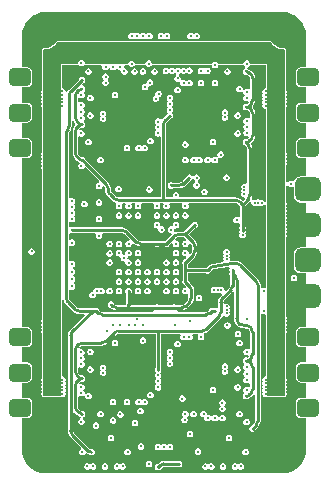
<source format=gbr>
G04*
G04 #@! TF.GenerationSoftware,Altium Limited,Altium Designer,24.1.2 (44)*
G04*
G04 Layer_Physical_Order=2*
G04 Layer_Color=36540*
%FSLAX25Y25*%
%MOIN*%
G70*
G04*
G04 #@! TF.SameCoordinates,8AA45DA3-EFE9-42F3-ADE2-6CCF78DF1A05*
G04*
G04*
G04 #@! TF.FilePolarity,Positive*
G04*
G01*
G75*
%ADD75C,0.00984*%
G04:AMPARAMS|DCode=86|XSize=86.61mil|YSize=78.74mil|CornerRadius=19.68mil|HoleSize=0mil|Usage=FLASHONLY|Rotation=0.000|XOffset=0mil|YOffset=0mil|HoleType=Round|Shape=RoundedRectangle|*
%AMROUNDEDRECTD86*
21,1,0.08661,0.03937,0,0,0.0*
21,1,0.04724,0.07874,0,0,0.0*
1,1,0.03937,0.02362,-0.01968*
1,1,0.03937,-0.02362,-0.01968*
1,1,0.03937,-0.02362,0.01968*
1,1,0.03937,0.02362,0.01968*
%
%ADD86ROUNDEDRECTD86*%
G04:AMPARAMS|DCode=88|XSize=74.8mil|YSize=59.06mil|CornerRadius=14.76mil|HoleSize=0mil|Usage=FLASHONLY|Rotation=0.000|XOffset=0mil|YOffset=0mil|HoleType=Round|Shape=RoundedRectangle|*
%AMROUNDEDRECTD88*
21,1,0.07480,0.02953,0,0,0.0*
21,1,0.04528,0.05906,0,0,0.0*
1,1,0.02953,0.02264,-0.01476*
1,1,0.02953,-0.02264,-0.01476*
1,1,0.02953,-0.02264,0.01476*
1,1,0.02953,0.02264,0.01476*
%
%ADD88ROUNDEDRECTD88*%
%ADD89C,0.00984*%
G36*
X87086Y146947D02*
X87892Y146141D01*
X88880Y145571D01*
X89981Y145276D01*
X91121D01*
X91139Y145280D01*
X91535Y144976D01*
Y140354D01*
Y29724D01*
X85630D01*
Y140354D01*
X79823D01*
Y140570D01*
X79658Y140968D01*
X79353Y141272D01*
X78956Y141437D01*
X78525D01*
X78127Y141272D01*
X77822Y140968D01*
X77658Y140570D01*
Y140354D01*
X69119D01*
X69028Y140574D01*
X68723Y140878D01*
X68326Y141043D01*
X67895D01*
X67497Y140878D01*
X67192Y140574D01*
X67101Y140354D01*
X47146D01*
Y140570D01*
X46981Y140968D01*
X46676Y141272D01*
X46278Y141437D01*
X45848D01*
X45450Y141272D01*
X45145Y140968D01*
X44980Y140570D01*
Y140354D01*
X41437D01*
Y140570D01*
X41272Y140968D01*
X40968Y141272D01*
X40570Y141437D01*
X40139D01*
X39741Y141272D01*
X39437Y140968D01*
X39272Y140570D01*
Y140354D01*
X24705D01*
Y140767D01*
X24540Y141165D01*
X24235Y141469D01*
X23837Y141634D01*
X23407D01*
X23009Y141469D01*
X22704Y141165D01*
X22539Y140767D01*
Y140354D01*
X16732D01*
Y29724D01*
X10827D01*
Y140354D01*
Y144976D01*
X11223Y145280D01*
X11241Y145276D01*
X12381D01*
X13483Y145571D01*
X14470Y146141D01*
X15276Y146947D01*
X15562Y147441D01*
X86801D01*
X87086Y146947D01*
D02*
G37*
G36*
X24705Y139928D02*
X30292D01*
X30627Y139428D01*
X30610Y139389D01*
Y138958D01*
X30775Y138560D01*
X31080Y138255D01*
X31478Y138091D01*
X31908D01*
X32306Y138255D01*
X32611Y138560D01*
X32710Y138799D01*
X33237D01*
X33336Y138560D01*
X33641Y138255D01*
X34039Y138091D01*
X34470D01*
X34868Y138255D01*
X35172Y138560D01*
X35696D01*
X36001Y138255D01*
X36399Y138091D01*
X36448D01*
X36841Y138022D01*
X36909Y137629D01*
Y137580D01*
X37074Y137182D01*
X37379Y136877D01*
X37777Y136713D01*
X38208D01*
X38605Y136877D01*
X38910Y137182D01*
X39075Y137580D01*
Y138011D01*
X38910Y138409D01*
X38605Y138713D01*
X38208Y138878D01*
X38159D01*
X37765Y138946D01*
X37697Y139340D01*
Y139389D01*
X37680Y139428D01*
X38015Y139928D01*
X39272D01*
X39346Y139959D01*
X39437Y139741D01*
X39741Y139436D01*
X40139Y139272D01*
X40570D01*
X40968Y139436D01*
X41272Y139741D01*
X41363Y139959D01*
X41437Y139928D01*
X44980D01*
X45055Y139959D01*
X45145Y139741D01*
X45450Y139436D01*
X45848Y139272D01*
X46278D01*
X46676Y139436D01*
X46981Y139741D01*
X47071Y139959D01*
X47146Y139928D01*
X67028D01*
Y139745D01*
X67192Y139347D01*
X67497Y139043D01*
X67895Y138878D01*
X68326D01*
X68723Y139043D01*
X69028Y139347D01*
X69193Y139745D01*
Y139928D01*
X77658D01*
X77732Y139959D01*
X77822Y139741D01*
X78127Y139436D01*
X78298Y139366D01*
X78312Y139129D01*
X78248Y138845D01*
X77930Y138713D01*
X77626Y138409D01*
X77461Y138011D01*
Y137580D01*
X77626Y137182D01*
X77930Y136877D01*
X78328Y136713D01*
X78736D01*
X79185Y136506D01*
X79185Y136506D01*
X79177Y136489D01*
X79485Y136283D01*
X79713Y135941D01*
X79793Y135538D01*
X79805D01*
Y132078D01*
X79538Y131928D01*
X79305Y131843D01*
X78956Y131988D01*
X78525D01*
X78127Y131823D01*
X77948Y131645D01*
X77461Y131853D01*
Y132105D01*
X77296Y132503D01*
X76991Y132808D01*
X76593Y132972D01*
X76163D01*
X75765Y132808D01*
X75460Y132503D01*
X75295Y132105D01*
Y131674D01*
X75460Y131277D01*
X75765Y130972D01*
X76163Y130807D01*
X76593D01*
X76991Y130972D01*
X77170Y131150D01*
X77658Y130943D01*
Y130690D01*
X77822Y130292D01*
X77867Y130248D01*
X78083Y129921D01*
X77867Y129595D01*
X77822Y129550D01*
X77658Y129152D01*
Y128722D01*
X77822Y128324D01*
X78127Y128019D01*
X78525Y127854D01*
X78956D01*
X79186Y127950D01*
X79233Y127894D01*
X79486Y127499D01*
X79486Y127480D01*
X78981Y126975D01*
X78759Y127067D01*
X78328D01*
X77930Y126902D01*
X77626Y126597D01*
X77461Y126200D01*
Y125769D01*
X77626Y125371D01*
X77930Y125066D01*
X78328Y124902D01*
X78749D01*
X79192Y124764D01*
X79195Y124761D01*
X79530Y124404D01*
X79713Y124130D01*
X79793Y123727D01*
X79805D01*
Y122433D01*
X79538Y122282D01*
X79305Y122197D01*
X78956Y122343D01*
X78525D01*
X78127Y122178D01*
X77822Y121873D01*
X77658Y121475D01*
Y121045D01*
X77822Y120647D01*
X77867Y120602D01*
X78083Y120276D01*
X77867Y119949D01*
X77822Y119905D01*
X77658Y119507D01*
Y119076D01*
X77822Y118678D01*
X77867Y118634D01*
X78083Y118307D01*
X77867Y117980D01*
X77822Y117936D01*
X77658Y117538D01*
Y117107D01*
X77822Y116709D01*
X78127Y116405D01*
X78525Y116240D01*
X78956D01*
X79484Y115930D01*
X79522Y115821D01*
X79482Y115723D01*
X79177Y115480D01*
X79177Y115480D01*
Y115480D01*
X78737Y115256D01*
X78328D01*
X77930Y115091D01*
X77626Y114787D01*
X77461Y114389D01*
Y113958D01*
X77626Y113560D01*
X77930Y113255D01*
X78108Y113181D01*
X78500Y112921D01*
X78729Y112580D01*
X78809Y112177D01*
X78821D01*
Y100627D01*
X78321Y100330D01*
X78168Y100394D01*
X77737D01*
X77340Y100229D01*
X77035Y99924D01*
X76870Y99526D01*
Y99096D01*
X77026Y98721D01*
X76870Y98345D01*
Y97915D01*
X77026Y97539D01*
X76870Y97164D01*
Y96733D01*
X77035Y96336D01*
X77340Y96031D01*
X77737Y95866D01*
X77937D01*
X78144Y95366D01*
X77362Y94584D01*
X77001Y94945D01*
X77006Y94950D01*
X76411Y95407D01*
X75717Y95694D01*
X74972Y95792D01*
Y95785D01*
X56553D01*
X56201Y96241D01*
Y96672D01*
X56036Y97070D01*
X55731Y97374D01*
X55334Y97539D01*
X54903D01*
X54505Y97374D01*
X54200Y97070D01*
X54035Y96672D01*
Y96241D01*
X53683Y95785D01*
X51887D01*
Y120081D01*
X51900D01*
X51968Y120422D01*
X52207Y120823D01*
X52536Y121170D01*
X53314Y121949D01*
X53335D01*
X53733Y122114D01*
X54037Y122418D01*
X54202Y122816D01*
Y123247D01*
X54037Y123645D01*
X53993Y123689D01*
X53777Y124016D01*
X53993Y124342D01*
X54038Y124387D01*
X54203Y124784D01*
Y125215D01*
X54038Y125613D01*
X53993Y125658D01*
X53777Y125984D01*
X53993Y126311D01*
X54038Y126356D01*
X54203Y126753D01*
Y127184D01*
X54038Y127582D01*
X53994Y127626D01*
X53777Y127953D01*
X53994Y128279D01*
X54038Y128323D01*
X54203Y128721D01*
Y129152D01*
X54038Y129550D01*
X53733Y129855D01*
X53335Y130019D01*
X52905D01*
X52507Y129855D01*
X52202Y129550D01*
X52037Y129152D01*
Y128721D01*
X52202Y128323D01*
X52246Y128279D01*
X52463Y127953D01*
X52246Y127626D01*
X52202Y127582D01*
X52037Y127184D01*
Y126753D01*
X52202Y126356D01*
X52247Y126311D01*
X52463Y125984D01*
X52247Y125658D01*
X52202Y125613D01*
X52037Y125215D01*
Y124784D01*
X52202Y124387D01*
X52246Y124342D01*
X52463Y124015D01*
X52246Y123689D01*
X52202Y123645D01*
X52037Y123247D01*
Y123226D01*
X50918Y122107D01*
X50915Y122107D01*
X50912Y122110D01*
X50659Y121780D01*
X50525Y121752D01*
X50052Y121784D01*
X49856Y121981D01*
X49458Y122146D01*
X49027D01*
X48629Y121981D01*
X48324Y121677D01*
X48160Y121279D01*
Y120848D01*
X48324Y120450D01*
X48369Y120405D01*
X48585Y120079D01*
X48369Y119752D01*
X48324Y119708D01*
X48160Y119310D01*
Y118879D01*
X48324Y118481D01*
X48368Y118437D01*
X48588Y118114D01*
X48368Y117784D01*
X48328Y117744D01*
X48164Y117346D01*
Y116915D01*
X48328Y116517D01*
X48633Y116212D01*
X49031Y116048D01*
X49462D01*
X49581Y116097D01*
X50081Y115781D01*
Y95785D01*
X35855D01*
Y95797D01*
X35452Y95878D01*
X35110Y96106D01*
X35108Y96109D01*
X35101Y96102D01*
X35096Y96102D01*
X35096Y96102D01*
X34030Y97168D01*
X33701Y97516D01*
X33527Y97811D01*
X33396Y98256D01*
Y98256D01*
X33390Y98756D01*
X33391Y98793D01*
X33293Y99538D01*
X33005Y100233D01*
X32555Y100820D01*
X32555D01*
X32547Y100820D01*
X25659Y107764D01*
X25407Y108019D01*
X25407Y108057D01*
X25407Y108057D01*
X25396Y108073D01*
X25321Y108124D01*
X25311Y108113D01*
X24894Y108500D01*
X24737Y108881D01*
X24432Y109186D01*
X24034Y109350D01*
X23626D01*
X23177Y109556D01*
X23186Y109574D01*
X22877Y109780D01*
X22649Y110122D01*
X22569Y110524D01*
X22557D01*
Y115953D01*
X22824Y116104D01*
X23057Y116188D01*
X23407Y116043D01*
X23837D01*
X24235Y116208D01*
X24540Y116513D01*
X24705Y116911D01*
Y117341D01*
X24540Y117739D01*
X24235Y118044D01*
X23837Y118209D01*
X23407D01*
X23176Y118113D01*
X23130Y118169D01*
X22876Y118564D01*
X22876Y118582D01*
X23381Y119088D01*
X23604Y118996D01*
X24034D01*
X24432Y119161D01*
X24737Y119465D01*
X24902Y119863D01*
Y120294D01*
X24737Y120692D01*
X24496Y120933D01*
X24433Y121028D01*
X24443Y121534D01*
X24540Y121631D01*
X24705Y122029D01*
Y122459D01*
X24540Y122857D01*
X24385Y123012D01*
X24287Y123327D01*
X24385Y123641D01*
X24540Y123796D01*
X24705Y124194D01*
Y124625D01*
X24540Y125023D01*
X24385Y125178D01*
X24287Y125492D01*
X24385Y125806D01*
X24540Y125961D01*
X24705Y126359D01*
Y126790D01*
X24540Y127188D01*
X24235Y127493D01*
X23837Y127657D01*
X23407D01*
X23057Y127513D01*
X22824Y127597D01*
X22557Y127748D01*
Y128748D01*
X22824Y128899D01*
X23057Y128984D01*
X23407Y128839D01*
X23837D01*
X24235Y129003D01*
X24540Y129308D01*
X24705Y129706D01*
Y130137D01*
X24540Y130535D01*
X24432Y130972D01*
X24737Y131277D01*
X24902Y131674D01*
Y132105D01*
X24737Y132503D01*
X24432Y132808D01*
X24034Y132972D01*
X24025D01*
X23814Y133423D01*
X24034Y133760D01*
X24432Y133925D01*
X24737Y134229D01*
X24902Y134627D01*
Y135058D01*
X24737Y135456D01*
X24432Y135760D01*
X24034Y135925D01*
X23604D01*
X23206Y135760D01*
X22901Y135456D01*
X22736Y135058D01*
Y135037D01*
X19422Y131723D01*
X19419Y131723D01*
X19416Y131726D01*
X18963Y131136D01*
X18905Y130996D01*
X18406Y131096D01*
Y131318D01*
X18241Y131716D01*
X17936Y132020D01*
X17538Y132185D01*
X17158D01*
Y139928D01*
X22539D01*
X22683Y139988D01*
X22704Y139938D01*
X23009Y139633D01*
X23407Y139469D01*
X23837D01*
X24235Y139633D01*
X24540Y139938D01*
X24561Y139988D01*
X24705Y139928D01*
D02*
G37*
G36*
X11811Y157629D02*
X90551D01*
X90624Y157659D01*
X92124Y157511D01*
X93635Y157053D01*
X95029Y156308D01*
X96250Y155305D01*
X97253Y154084D01*
X97997Y152691D01*
X98456Y151179D01*
X98604Y149679D01*
X98573Y149606D01*
Y139210D01*
X96949D01*
X96219Y139065D01*
X95601Y138651D01*
X95187Y138033D01*
X95042Y137303D01*
Y134350D01*
X95187Y133621D01*
X95601Y133002D01*
X96219Y132589D01*
X96949Y132444D01*
X98573D01*
Y127399D01*
X96949D01*
X96219Y127254D01*
X95601Y126840D01*
X95187Y126222D01*
X95042Y125492D01*
Y122539D01*
X95187Y121810D01*
X95601Y121191D01*
X96219Y120778D01*
X96949Y120633D01*
X98573D01*
Y115588D01*
X96949D01*
X96219Y115443D01*
X95601Y115029D01*
X95187Y114411D01*
X95042Y113681D01*
Y110728D01*
X95187Y109999D01*
X95601Y109380D01*
X96219Y108967D01*
X96949Y108822D01*
X98573D01*
Y102802D01*
X96850D01*
X95929Y102619D01*
X95147Y102097D01*
X94625Y101315D01*
X94625Y101314D01*
X94082Y101149D01*
X93984Y101248D01*
X93586Y101412D01*
X93156D01*
X92758Y101248D01*
X92462Y100951D01*
X92415Y100952D01*
X91962Y101062D01*
Y106515D01*
X92028Y106674D01*
Y107105D01*
X91962Y107264D01*
Y107696D01*
X92028Y107855D01*
Y108286D01*
X91962Y108446D01*
Y108877D01*
X92028Y109037D01*
Y109467D01*
X91962Y109627D01*
Y110058D01*
X92028Y110218D01*
Y110648D01*
X91962Y110808D01*
Y126003D01*
X92028Y126163D01*
Y126593D01*
X91962Y126753D01*
Y127184D01*
X92028Y127344D01*
Y127774D01*
X91962Y127934D01*
Y128366D01*
X92028Y128525D01*
Y128955D01*
X91962Y129115D01*
Y129547D01*
X92028Y129706D01*
Y130137D01*
X91962Y130296D01*
Y130728D01*
X92028Y130887D01*
Y131318D01*
X91962Y131477D01*
Y141732D01*
Y144976D01*
X91950Y145003D01*
X91958Y145031D01*
X91889Y145150D01*
X91837Y145277D01*
X91810Y145289D01*
X91795Y145314D01*
X91398Y145618D01*
X91370Y145626D01*
X91352Y145649D01*
X91216Y145667D01*
X91184Y145676D01*
X91121Y145702D01*
X91087D01*
X91083Y145703D01*
X91081Y145702D01*
X90037D01*
X89044Y145968D01*
X88154Y146482D01*
X87427Y147209D01*
X87170Y147654D01*
X87124Y147689D01*
X87102Y147742D01*
X86999Y147785D01*
X86911Y147853D01*
X86854Y147845D01*
X86801Y147867D01*
X15562D01*
X15508Y147845D01*
X15451Y147853D01*
X15363Y147785D01*
X15260Y147742D01*
X15238Y147689D01*
X15192Y147654D01*
X14935Y147209D01*
X14209Y146482D01*
X13318Y145968D01*
X12325Y145702D01*
X11281D01*
X11279Y145703D01*
X11275Y145702D01*
X11241D01*
X11178Y145676D01*
X11146Y145667D01*
X11010Y145649D01*
X10993Y145626D01*
X10964Y145618D01*
X10567Y145314D01*
X10553Y145289D01*
X10525Y145277D01*
X10473Y145150D01*
X10404Y145031D01*
X10412Y145003D01*
X10401Y144976D01*
Y140354D01*
Y131477D01*
X10335Y131318D01*
Y130887D01*
X10401Y130728D01*
Y130296D01*
X10335Y130137D01*
Y129706D01*
X10401Y129547D01*
Y129115D01*
X10335Y128955D01*
Y128525D01*
X10401Y128366D01*
Y127934D01*
X10335Y127774D01*
Y127344D01*
X10401Y127184D01*
Y126753D01*
X10335Y126593D01*
Y126163D01*
X10401Y126003D01*
Y110808D01*
X10335Y110648D01*
Y110218D01*
X10401Y110058D01*
Y109627D01*
X10335Y109467D01*
Y109037D01*
X10401Y108877D01*
Y108446D01*
X10335Y108286D01*
Y107855D01*
X10401Y107696D01*
Y107264D01*
X10335Y107105D01*
Y106674D01*
X10401Y106515D01*
Y106083D01*
X10335Y105924D01*
Y105493D01*
X10401Y105334D01*
Y54902D01*
X10335Y54743D01*
Y54312D01*
X10401Y54153D01*
Y53721D01*
X10335Y53562D01*
Y53131D01*
X10401Y52972D01*
Y52540D01*
X10335Y52381D01*
Y51950D01*
X10401Y51791D01*
Y51359D01*
X10335Y51200D01*
Y50769D01*
X10401Y50610D01*
Y35414D01*
X10335Y35255D01*
Y34824D01*
X10401Y34665D01*
Y34233D01*
X10335Y34074D01*
Y33643D01*
X10401Y33484D01*
Y33052D01*
X10335Y32893D01*
Y32462D01*
X10401Y32302D01*
Y31871D01*
X10335Y31711D01*
Y31281D01*
X10401Y31121D01*
Y30690D01*
X10335Y30530D01*
Y30100D01*
X10401Y29940D01*
Y29724D01*
X10525Y29423D01*
X10827Y29298D01*
X11043D01*
X11202Y29232D01*
X11633D01*
X11792Y29298D01*
X12224D01*
X12383Y29232D01*
X12814D01*
X12973Y29298D01*
X13405D01*
X13564Y29232D01*
X13995D01*
X14154Y29298D01*
X14586D01*
X14745Y29232D01*
X15176D01*
X15335Y29298D01*
X15767D01*
X15926Y29232D01*
X16357D01*
X16516Y29298D01*
X16732D01*
X16840Y29343D01*
X17108Y29232D01*
X17538D01*
X17936Y29397D01*
X18241Y29702D01*
X18406Y30100D01*
Y30530D01*
X18250Y30906D01*
X18406Y31281D01*
Y31711D01*
X18250Y32087D01*
X18406Y32462D01*
Y32893D01*
X18250Y33268D01*
X18406Y33643D01*
Y34074D01*
X18250Y34449D01*
X18406Y34824D01*
Y35255D01*
X18241Y35653D01*
X17936Y35957D01*
X17538Y36122D01*
X17158D01*
Y50610D01*
X17224Y50769D01*
Y51200D01*
X17158Y51359D01*
Y51791D01*
X17224Y51950D01*
Y52381D01*
X17158Y52540D01*
Y52972D01*
X17224Y53131D01*
Y53562D01*
X17158Y53721D01*
Y54153D01*
X17224Y54312D01*
Y54743D01*
X17158Y54902D01*
Y61707D01*
X17658Y61739D01*
X17692Y61488D01*
X17979Y60793D01*
X18432Y60203D01*
X18435Y60206D01*
X18438Y60206D01*
X20836Y57808D01*
X20836Y57805D01*
X20833Y57802D01*
X21423Y57349D01*
X22118Y57062D01*
X22863Y56964D01*
Y56971D01*
X24529D01*
X24720Y56509D01*
X20013Y51802D01*
X20009Y51802D01*
X20007Y51805D01*
X19554Y51215D01*
X19266Y50520D01*
X19168Y49775D01*
X19176D01*
Y18438D01*
X19168Y17941D01*
X19168Y17941D01*
X19266Y17196D01*
X19554Y16502D01*
X20011Y15906D01*
X20011Y15906D01*
X20370Y15557D01*
X23556Y12371D01*
X23437Y11783D01*
X23344Y11745D01*
X23039Y11440D01*
X22874Y11042D01*
Y10611D01*
X23039Y10214D01*
X23344Y9909D01*
X23742Y9744D01*
X24172D01*
X24570Y9909D01*
X24875Y10214D01*
X24915Y10312D01*
X25502Y10492D01*
X25768Y10287D01*
X26124Y10140D01*
X26355Y9909D01*
X26753Y9744D01*
X27184D01*
X27582Y9909D01*
X27886Y10214D01*
X28051Y10611D01*
Y11042D01*
X27886Y11440D01*
X27582Y11745D01*
X27184Y11909D01*
X26915D01*
X26467Y12034D01*
X26467Y12034D01*
X26448Y12034D01*
X21647Y16835D01*
X21303Y17197D01*
X21075Y17538D01*
X20994Y17941D01*
X20982D01*
Y23809D01*
X21482Y23979D01*
X21586Y23843D01*
X22183Y23386D01*
X22370Y23308D01*
X22423Y23269D01*
X22880Y23059D01*
X22901Y23009D01*
X23206Y22704D01*
X23377Y22633D01*
X23391Y22397D01*
X23327Y22113D01*
X23009Y21981D01*
X22704Y21676D01*
X22539Y21278D01*
Y20848D01*
X22704Y20450D01*
X23009Y20145D01*
X23407Y19980D01*
X23837D01*
X24235Y20145D01*
X24540Y20450D01*
X24705Y20848D01*
Y21278D01*
X24540Y21676D01*
X24235Y21981D01*
X24064Y22052D01*
X24050Y22288D01*
X24114Y22572D01*
X24432Y22704D01*
X24737Y23009D01*
X24902Y23407D01*
Y23837D01*
X24737Y24235D01*
X24432Y24540D01*
X24034Y24705D01*
X23626D01*
X23177Y24911D01*
X23186Y24928D01*
X22877Y25134D01*
X22649Y25476D01*
X22569Y25879D01*
X22557D01*
Y29339D01*
X22824Y29490D01*
X23057Y29574D01*
X23407Y29429D01*
X23837D01*
X24235Y29594D01*
X24414Y29772D01*
X24902Y29565D01*
Y29312D01*
X25066Y28914D01*
X25371Y28610D01*
X25769Y28445D01*
X26200D01*
X26597Y28610D01*
X26902Y28914D01*
X27067Y29312D01*
Y29743D01*
X26902Y30141D01*
X26597Y30445D01*
X26200Y30610D01*
X25769D01*
X25371Y30445D01*
X25192Y30267D01*
X24705Y30475D01*
Y30727D01*
X24540Y31125D01*
X24496Y31169D01*
X24279Y31496D01*
X24496Y31823D01*
X24540Y31867D01*
X24705Y32265D01*
Y32696D01*
X24540Y33094D01*
X24235Y33398D01*
X23837Y33563D01*
X23407D01*
X23176Y33467D01*
X23130Y33524D01*
X22876Y33918D01*
X22876Y33937D01*
X23381Y34442D01*
X23604Y34350D01*
X24034D01*
X24432Y34515D01*
X24737Y34820D01*
X24902Y35218D01*
Y35648D01*
X24737Y36046D01*
X24432Y36351D01*
X24034Y36516D01*
X23604D01*
X23381Y36424D01*
X23206Y36599D01*
X22876Y36947D01*
X22637Y37348D01*
X22569Y37690D01*
X22557D01*
Y38985D01*
X22824Y39135D01*
X23057Y39220D01*
X23407Y39075D01*
X23837D01*
X24235Y39240D01*
X24540Y39544D01*
X24705Y39942D01*
Y40373D01*
X24540Y40771D01*
X24496Y40815D01*
X24279Y41142D01*
X24496Y41468D01*
X24540Y41513D01*
X24705Y41911D01*
Y42341D01*
X24540Y42739D01*
X24496Y42784D01*
X24279Y43110D01*
X24496Y43437D01*
X24540Y43481D01*
X24705Y43879D01*
Y44310D01*
X24540Y44708D01*
X24235Y45012D01*
X23837Y45177D01*
X23407D01*
X22878Y45487D01*
X22872Y45505D01*
X22909Y45746D01*
X23029Y45873D01*
X23235Y46067D01*
X23463Y46220D01*
X23604Y46161D01*
X24034D01*
X24432Y46326D01*
X24447Y46341D01*
X30287D01*
Y46334D01*
X31032Y46432D01*
X31727Y46719D01*
X32316Y47172D01*
X32313Y47175D01*
X32314Y47178D01*
X34765Y49629D01*
X35113Y49959D01*
X35514Y50198D01*
X35855Y50266D01*
Y50278D01*
X48339D01*
Y39013D01*
X48324Y38999D01*
X48160Y38601D01*
Y38170D01*
X48324Y37772D01*
X48368Y37728D01*
X48585Y37402D01*
X48368Y37075D01*
X48324Y37031D01*
X48160Y36633D01*
Y36202D01*
X48324Y35804D01*
X48369Y35760D01*
X48585Y35433D01*
X48369Y35106D01*
X48324Y35062D01*
X48160Y34664D01*
Y34233D01*
X48324Y33835D01*
X48368Y33791D01*
X48585Y33465D01*
X48368Y33138D01*
X48324Y33094D01*
X48160Y32696D01*
Y32265D01*
X48324Y31867D01*
X48629Y31563D01*
X49027Y31398D01*
X49458D01*
X49856Y31563D01*
X50160Y31867D01*
X50325Y32265D01*
Y32696D01*
X50160Y33094D01*
X50116Y33138D01*
X49899Y33465D01*
X50116Y33791D01*
X50160Y33835D01*
X50325Y34233D01*
Y34664D01*
X50160Y35062D01*
X50116Y35106D01*
X49900Y35433D01*
X50116Y35760D01*
X50160Y35804D01*
X50325Y36202D01*
Y36633D01*
X50160Y37031D01*
X50116Y37075D01*
X49899Y37402D01*
X50116Y37728D01*
X50160Y37772D01*
X50325Y38170D01*
Y38601D01*
X50160Y38999D01*
X50145Y39013D01*
Y50278D01*
X56504D01*
X56655Y50011D01*
X56739Y49778D01*
X56595Y49428D01*
Y48997D01*
X56759Y48599D01*
X57064Y48295D01*
X57462Y48130D01*
X57893D01*
X58290Y48295D01*
X58335Y48339D01*
X58661Y48555D01*
X58988Y48339D01*
X59032Y48295D01*
X59430Y48130D01*
X59861D01*
X60259Y48295D01*
X60563Y48599D01*
X60728Y48997D01*
Y49428D01*
X60583Y49778D01*
X60668Y50011D01*
X60819Y50278D01*
X62410D01*
X62560Y50011D01*
X62645Y49778D01*
X62500Y49428D01*
Y48997D01*
X62665Y48599D01*
X62969Y48295D01*
X63367Y48130D01*
X63798D01*
X64196Y48295D01*
X64500Y48599D01*
X64665Y48997D01*
Y49428D01*
X64500Y49826D01*
X64466Y49860D01*
X64478Y50059D01*
X64615Y50418D01*
X65191Y50656D01*
X65781Y51109D01*
X65778Y51112D01*
X65778Y51115D01*
X70144Y55481D01*
X70148Y55482D01*
X70151Y55479D01*
X70604Y56069D01*
X70685Y56265D01*
X70777Y56308D01*
X71259Y56344D01*
X71434Y56169D01*
X71832Y56004D01*
X72263D01*
X72660Y56169D01*
X72965Y56473D01*
X73130Y56871D01*
Y57302D01*
X72974Y57677D01*
X73130Y58052D01*
Y58483D01*
X72974Y58858D01*
X73130Y59233D01*
Y59664D01*
X72965Y60062D01*
X72660Y60367D01*
X72263Y60532D01*
X71832D01*
X71482Y60387D01*
X71335Y60440D01*
X70994Y60799D01*
X71062Y61140D01*
X71301Y61541D01*
X71630Y61888D01*
X73990Y64249D01*
X74345Y64157D01*
X74490Y64057D01*
X74490Y55406D01*
X74483D01*
X74581Y54661D01*
X74869Y53967D01*
X75276Y53436D01*
X75326Y53371D01*
X75620Y53079D01*
X75620Y53079D01*
X76211Y52625D01*
X76905Y52337D01*
X77650Y52239D01*
X77650Y52239D01*
X78116Y52155D01*
X78328Y52067D01*
X78759D01*
X78898Y52125D01*
X79121Y51976D01*
X79340Y51771D01*
X79533Y51565D01*
X79713Y51296D01*
X79793Y50893D01*
X79805D01*
Y45464D01*
X79538Y45314D01*
X79305Y45229D01*
X78956Y45374D01*
X78525D01*
X78127Y45209D01*
X77822Y44905D01*
X77658Y44507D01*
Y44076D01*
X77822Y43678D01*
X78127Y43374D01*
X78525Y43209D01*
X78956D01*
X79186Y43304D01*
X79233Y43248D01*
X79486Y42853D01*
X79486Y42835D01*
X78981Y42329D01*
X78759Y42421D01*
X78328D01*
X77930Y42256D01*
X77626Y41952D01*
X77461Y41554D01*
Y41123D01*
X77626Y40725D01*
X77867Y40484D01*
X77929Y40389D01*
X77920Y39884D01*
X77822Y39786D01*
X77658Y39389D01*
Y38958D01*
X77822Y38560D01*
X77977Y38405D01*
X78075Y38091D01*
X77977Y37776D01*
X77822Y37621D01*
X77658Y37223D01*
Y36792D01*
X77822Y36395D01*
X77977Y36240D01*
X78075Y35925D01*
X77977Y35611D01*
X77822Y35456D01*
X77658Y35058D01*
Y34627D01*
X77822Y34229D01*
X78127Y33925D01*
X78525Y33760D01*
X78956D01*
X79305Y33905D01*
X79538Y33820D01*
X79805Y33670D01*
Y32669D01*
X79538Y32518D01*
X79305Y32434D01*
X78956Y32579D01*
X78525D01*
X78127Y32414D01*
X77822Y32109D01*
X77658Y31711D01*
Y31281D01*
X77822Y30883D01*
X77930Y30445D01*
X77626Y30141D01*
X77461Y29743D01*
Y29312D01*
X77626Y28914D01*
X77930Y28610D01*
X78328Y28445D01*
X78759D01*
X79157Y28610D01*
X79461Y28914D01*
X79482Y28965D01*
X79939Y29175D01*
X79992Y29214D01*
X80180Y29291D01*
X80776Y29749D01*
X81077Y30141D01*
X81577Y29972D01*
Y21288D01*
X81565D01*
X81497Y20947D01*
X81258Y20546D01*
X80929Y20198D01*
X80514Y19783D01*
X80493D01*
X80095Y19619D01*
X79791Y19314D01*
X79626Y18916D01*
Y18485D01*
X79791Y18088D01*
X80095Y17783D01*
X80493Y17618D01*
X80924D01*
X81322Y17783D01*
X81626Y18088D01*
X81791Y18485D01*
Y18506D01*
X82546Y19261D01*
X82549Y19261D01*
X82552Y19258D01*
X83005Y19848D01*
X83293Y20543D01*
X83391Y21288D01*
X83384D01*
Y56898D01*
X83651Y57049D01*
X83884Y57133D01*
X84233Y56988D01*
X84664D01*
X84704Y57005D01*
X85204Y56670D01*
Y56083D01*
X85138Y55924D01*
Y55493D01*
X85204Y55334D01*
Y54902D01*
X85138Y54743D01*
Y54312D01*
X85204Y54153D01*
Y53721D01*
X85138Y53562D01*
Y53131D01*
X85204Y52972D01*
Y52540D01*
X85138Y52381D01*
Y51950D01*
X85204Y51791D01*
Y51359D01*
X85138Y51200D01*
Y50769D01*
X85204Y50610D01*
Y36122D01*
X84824D01*
X84426Y35957D01*
X84122Y35653D01*
X83957Y35255D01*
Y34824D01*
X84112Y34449D01*
X83957Y34074D01*
Y33643D01*
X84112Y33268D01*
X83957Y32893D01*
Y32462D01*
X84112Y32087D01*
X83957Y31711D01*
Y31281D01*
X84112Y30906D01*
X83957Y30530D01*
Y30100D01*
X84122Y29702D01*
X84426Y29397D01*
X84824Y29232D01*
X85255D01*
X85522Y29343D01*
X85630Y29298D01*
X85846D01*
X86005Y29232D01*
X86436D01*
X86595Y29298D01*
X87027D01*
X87186Y29232D01*
X87617D01*
X87776Y29298D01*
X88208D01*
X88367Y29232D01*
X88798D01*
X88957Y29298D01*
X89389D01*
X89548Y29232D01*
X89979D01*
X90138Y29298D01*
X90570D01*
X90729Y29232D01*
X91160D01*
X91320Y29298D01*
X91535D01*
X91837Y29423D01*
X91962Y29724D01*
Y29940D01*
X92027Y30100D01*
Y30530D01*
X91962Y30690D01*
Y31121D01*
X92027Y31281D01*
Y31711D01*
X91962Y31871D01*
Y32302D01*
X92027Y32462D01*
Y32893D01*
X91962Y33052D01*
Y33484D01*
X92027Y33643D01*
Y34074D01*
X91962Y34233D01*
Y34665D01*
X92027Y34824D01*
Y35255D01*
X91962Y35414D01*
Y50610D01*
X92028Y50769D01*
Y51200D01*
X91962Y51359D01*
Y51791D01*
X92028Y51950D01*
Y52381D01*
X91962Y52540D01*
Y52972D01*
X92028Y53131D01*
Y53562D01*
X91962Y53721D01*
Y54153D01*
X92028Y54312D01*
Y54743D01*
X91962Y54902D01*
Y55334D01*
X92028Y55493D01*
Y55924D01*
X91962Y56083D01*
Y82696D01*
X92027Y82855D01*
Y83286D01*
X91962Y83446D01*
Y83877D01*
X92027Y84037D01*
Y84467D01*
X91962Y84627D01*
Y85058D01*
X92027Y85218D01*
Y85648D01*
X91962Y85808D01*
Y86239D01*
X92027Y86399D01*
Y86830D01*
X91962Y86989D01*
Y87421D01*
X92027Y87580D01*
Y88011D01*
X91962Y88170D01*
Y88602D01*
X92027Y88761D01*
Y89192D01*
X91962Y89351D01*
Y89783D01*
X92027Y89942D01*
Y90373D01*
X91962Y90532D01*
Y90964D01*
X92027Y91123D01*
Y91554D01*
X91962Y91713D01*
Y92145D01*
X92027Y92304D01*
Y92735D01*
X91962Y92894D01*
Y93326D01*
X92027Y93485D01*
Y93916D01*
X91962Y94075D01*
Y99597D01*
X92415Y99707D01*
X92462Y99708D01*
X92758Y99412D01*
X93156Y99247D01*
X93586D01*
X93942Y99394D01*
X94157Y99317D01*
X94442Y99162D01*
Y96457D01*
X94625Y95535D01*
X95147Y94754D01*
X95929Y94231D01*
X96850Y94048D01*
X98573D01*
Y79180D01*
X96850D01*
X95929Y78997D01*
X95147Y78475D01*
X94625Y77693D01*
X94442Y76772D01*
Y72835D01*
X94625Y71913D01*
X95147Y71132D01*
X95929Y70609D01*
X96850Y70426D01*
X98573D01*
Y52596D01*
X96949D01*
X96219Y52451D01*
X95601Y52037D01*
X95187Y51419D01*
X95042Y50689D01*
Y47736D01*
X95187Y47007D01*
X95601Y46388D01*
X96219Y45975D01*
X96949Y45829D01*
X98573D01*
Y40785D01*
X96949D01*
X96219Y40639D01*
X95601Y40226D01*
X95187Y39608D01*
X95042Y38878D01*
Y35925D01*
X95187Y35195D01*
X95601Y34577D01*
X96219Y34164D01*
X96949Y34018D01*
X98573D01*
Y28974D01*
X96949D01*
X96219Y28828D01*
X95601Y28415D01*
X95187Y27797D01*
X95042Y27067D01*
Y24114D01*
X95187Y23384D01*
X95601Y22766D01*
X96219Y22353D01*
X96949Y22208D01*
X98573D01*
Y11811D01*
X98604Y11738D01*
X98456Y10239D01*
X97997Y8727D01*
X97253Y7333D01*
X96250Y6112D01*
X95029Y5110D01*
X93635Y4365D01*
X92124Y3906D01*
X90624Y3759D01*
X90551Y3789D01*
X11811D01*
X11738Y3759D01*
X10239Y3906D01*
X8727Y4365D01*
X7333Y5110D01*
X6112Y6112D01*
X5110Y7333D01*
X4365Y8727D01*
X3906Y10239D01*
X3759Y11738D01*
X3789Y11811D01*
Y22208D01*
X5413D01*
X6143Y22353D01*
X6762Y22766D01*
X7175Y23384D01*
X7320Y24114D01*
Y27067D01*
X7175Y27797D01*
X6762Y28415D01*
X6143Y28828D01*
X5413Y28974D01*
X3789D01*
Y34018D01*
X5413D01*
X6143Y34164D01*
X6762Y34577D01*
X7175Y35195D01*
X7320Y35925D01*
Y38878D01*
X7175Y39608D01*
X6762Y40226D01*
X6143Y40639D01*
X5413Y40785D01*
X3789D01*
Y45829D01*
X5413D01*
X6143Y45975D01*
X6762Y46388D01*
X7175Y47007D01*
X7320Y47736D01*
Y50689D01*
X7175Y51419D01*
X6762Y52037D01*
X6143Y52451D01*
X5413Y52596D01*
X3789D01*
Y108822D01*
X5413D01*
X6143Y108967D01*
X6762Y109380D01*
X7175Y109999D01*
X7320Y110728D01*
Y113681D01*
X7175Y114411D01*
X6762Y115029D01*
X6143Y115443D01*
X5413Y115588D01*
X3789D01*
Y120633D01*
X5413D01*
X6143Y120778D01*
X6762Y121191D01*
X7175Y121810D01*
X7320Y122539D01*
Y125492D01*
X7175Y126222D01*
X6762Y126840D01*
X6143Y127254D01*
X5413Y127399D01*
X3789D01*
Y132444D01*
X5413D01*
X6143Y132589D01*
X6762Y133002D01*
X7175Y133621D01*
X7320Y134350D01*
Y137303D01*
X7175Y138033D01*
X6762Y138651D01*
X6143Y139065D01*
X5413Y139210D01*
X3789D01*
Y149606D01*
X3759Y149679D01*
X3906Y151179D01*
X4365Y152691D01*
X5110Y154084D01*
X6112Y155305D01*
X7333Y156308D01*
X8727Y157053D01*
X10239Y157511D01*
X11738Y157659D01*
X11811Y157629D01*
D02*
G37*
G36*
X79823Y139928D02*
X85204D01*
Y132185D01*
X84824D01*
X84426Y132020D01*
X84122Y131716D01*
X83957Y131318D01*
Y130887D01*
X84112Y130512D01*
X83957Y130137D01*
Y129706D01*
X84112Y129331D01*
X83957Y128955D01*
Y128525D01*
X84112Y128150D01*
X83957Y127774D01*
Y127344D01*
X84112Y126969D01*
X83957Y126593D01*
Y126163D01*
X84122Y125765D01*
X84426Y125460D01*
X84824Y125295D01*
X85204D01*
Y110808D01*
X85138Y110648D01*
Y110218D01*
X85204Y110058D01*
Y109627D01*
X85138Y109467D01*
Y109037D01*
X85204Y108877D01*
Y108446D01*
X85138Y108286D01*
Y107855D01*
X85204Y107696D01*
Y107264D01*
X85138Y107105D01*
Y106674D01*
X85204Y106515D01*
Y94503D01*
X84704Y94403D01*
X84619Y94609D01*
X84314Y94914D01*
X83916Y95079D01*
X83485D01*
X83110Y94923D01*
X82735Y95079D01*
X82304D01*
X81929Y94923D01*
X81554Y95079D01*
X81123D01*
X80738Y94919D01*
X80687Y94942D01*
X80320Y95216D01*
X80537Y95740D01*
X80635Y96485D01*
X80628D01*
Y112177D01*
X80635D01*
X80537Y112922D01*
X80249Y113616D01*
X80465Y114156D01*
X80776Y114394D01*
X81233Y114990D01*
X81521Y115685D01*
X81619Y116430D01*
X81612D01*
X81612Y123227D01*
X81619Y123727D01*
X81619D01*
X81521Y124473D01*
X81233Y125167D01*
X80807Y125722D01*
X80792Y125998D01*
X80810Y126249D01*
X81233Y126802D01*
X81521Y127496D01*
X81619Y128241D01*
X81612D01*
X81612Y135038D01*
X81619Y135538D01*
X81619D01*
X81521Y136284D01*
X81233Y136978D01*
X80776Y137574D01*
X80180Y138032D01*
X79992Y138109D01*
X79939Y138148D01*
X79482Y138358D01*
X79461Y138409D01*
X79157Y138713D01*
X78985Y138784D01*
X78971Y139020D01*
X79035Y139305D01*
X79353Y139436D01*
X79658Y139741D01*
X79748Y139959D01*
X79823Y139928D01*
D02*
G37*
G36*
X37163Y83927D02*
X37566Y83847D01*
X37906Y83620D01*
X37915Y83629D01*
X37915Y83629D01*
X39691Y81860D01*
X39681Y81813D01*
X39447Y81398D01*
X39155D01*
X38757Y81233D01*
X38452Y80928D01*
X38287Y80530D01*
Y80100D01*
X38452Y79702D01*
X38757Y79397D01*
X39155Y79232D01*
X39585D01*
X39983Y79397D01*
X40288Y79702D01*
X40453Y80100D01*
Y80396D01*
X40852Y80626D01*
X40915Y80641D01*
X40951Y80605D01*
X41298Y80249D01*
X41299Y80248D01*
X41896Y79790D01*
X42590Y79503D01*
X43335Y79404D01*
Y79412D01*
X48191D01*
X48206Y79397D01*
X48604Y79233D01*
X49034D01*
X49432Y79397D01*
X49447Y79412D01*
X51340D01*
X51355Y79397D01*
X51753Y79233D01*
X52184D01*
X52581Y79397D01*
X52886Y79702D01*
X53051Y80100D01*
Y80121D01*
X53574Y80643D01*
X53643Y80626D01*
X54035Y80398D01*
Y80100D01*
X54200Y79702D01*
X54505Y79397D01*
X54903Y79232D01*
X55334D01*
X55731Y79397D01*
X56036Y79702D01*
X56201Y80100D01*
Y80530D01*
X56036Y80928D01*
X55731Y81233D01*
X55334Y81398D01*
X55035D01*
X54807Y81790D01*
X54790Y81860D01*
X54843Y81913D01*
X55191Y82242D01*
X55592Y82481D01*
X55933Y82549D01*
Y82561D01*
X57894D01*
X58595Y81860D01*
X58579Y81794D01*
X58350Y81398D01*
X58053D01*
X57655Y81233D01*
X57350Y80928D01*
X57185Y80531D01*
Y80100D01*
X57350Y79702D01*
X57655Y79397D01*
X58053Y79233D01*
X58483D01*
X58881Y79397D01*
X59186Y79702D01*
X59351Y80100D01*
Y80397D01*
X59747Y80626D01*
X59813Y80642D01*
X59849Y80606D01*
X60193Y80244D01*
X60422Y79902D01*
X60502Y79500D01*
X60514D01*
X60514Y79500D01*
X60514Y78460D01*
X60502Y77981D01*
D01*
X60403Y77588D01*
X60195Y77239D01*
X59866Y76891D01*
X59813Y76838D01*
X59747Y76854D01*
X59351Y77083D01*
Y77381D01*
X59186Y77778D01*
X58881Y78083D01*
X58483Y78248D01*
X58053D01*
X57655Y78083D01*
X57350Y77778D01*
X57185Y77381D01*
Y76950D01*
X57350Y76552D01*
X57655Y76247D01*
X58053Y76082D01*
X58350D01*
X58579Y75686D01*
X58595Y75621D01*
X58074Y75099D01*
X58053D01*
X57655Y74934D01*
X57350Y74629D01*
X57185Y74231D01*
Y73801D01*
X57350Y73403D01*
X57365Y73388D01*
Y68344D01*
X57350Y68329D01*
X57185Y67931D01*
Y67501D01*
X57350Y67103D01*
X57655Y66798D01*
X58053Y66633D01*
X58074D01*
X58595Y66111D01*
X58579Y66044D01*
X58350Y65650D01*
X58052D01*
X57654Y65485D01*
X57350Y65180D01*
X57185Y64782D01*
Y64352D01*
X57350Y63954D01*
X57654Y63649D01*
X58052Y63484D01*
X58483D01*
X58833Y63629D01*
X59066Y63545D01*
X59333Y63394D01*
Y62233D01*
X59321D01*
X59253Y61892D01*
X59014Y61490D01*
X58684Y61143D01*
X58148Y60607D01*
X57801Y60277D01*
X57399Y60039D01*
X57059Y59971D01*
Y59958D01*
X55155D01*
X55141Y59973D01*
X54743Y60138D01*
X54312D01*
X53914Y59973D01*
X53900Y59958D01*
X49447D01*
X49432Y59973D01*
X49034Y60138D01*
X48603D01*
X48206Y59973D01*
X48191Y59958D01*
X40273D01*
Y63939D01*
X40288Y63954D01*
X40453Y64352D01*
Y64782D01*
X40288Y65180D01*
X39983Y65485D01*
X39585Y65650D01*
X39155D01*
X38757Y65485D01*
X38452Y65180D01*
X38287Y64782D01*
Y64352D01*
X38452Y63954D01*
X38467Y63939D01*
Y59958D01*
X35264D01*
Y59971D01*
X34861Y60051D01*
X34544Y60263D01*
X34382Y60653D01*
X34078Y60957D01*
X33680Y61122D01*
X33249D01*
X32851Y60957D01*
X32547Y60653D01*
X32382Y60255D01*
Y59824D01*
X32547Y59426D01*
X32851Y59122D01*
X33249Y58957D01*
X33269D01*
X33825Y58530D01*
X34519Y58243D01*
X35264Y58145D01*
Y58152D01*
X47806D01*
X47854Y58096D01*
X47622Y57596D01*
X30540D01*
Y57608D01*
X30137Y57689D01*
X29795Y57917D01*
X29535Y58309D01*
X29461Y58487D01*
X29157Y58792D01*
X28759Y58957D01*
X28328D01*
X27953Y58801D01*
X27578Y58957D01*
X27147D01*
X26749Y58792D01*
X26734Y58777D01*
X22863D01*
Y58790D01*
X22522Y58857D01*
X22120Y59096D01*
X21773Y59426D01*
X20056Y61143D01*
X19726Y61490D01*
X19487Y61892D01*
X19420Y62233D01*
X19407D01*
Y64969D01*
X19674Y65120D01*
X19907Y65204D01*
X20257Y65059D01*
X20688D01*
X21086Y65224D01*
X21390Y65528D01*
X21555Y65926D01*
Y66357D01*
X21390Y66755D01*
X21086Y67060D01*
Y67586D01*
X21390Y67891D01*
X21555Y68289D01*
Y68719D01*
X21390Y69117D01*
X21086Y69422D01*
X20853Y69518D01*
Y70049D01*
X21086Y70145D01*
X21390Y70450D01*
X21555Y70848D01*
Y71278D01*
X21390Y71676D01*
X21086Y71981D01*
X20853Y72077D01*
Y72608D01*
X21086Y72704D01*
X21390Y73009D01*
X21555Y73407D01*
Y73837D01*
X21390Y74235D01*
X21086Y74540D01*
X20688Y74705D01*
X20257D01*
X19907Y74560D01*
X19674Y74644D01*
X19407Y74795D01*
Y79536D01*
X19674Y79686D01*
X19907Y79771D01*
X20257Y79626D01*
X20688D01*
X21086Y79791D01*
X21390Y80095D01*
X21555Y80493D01*
Y80924D01*
X21390Y81322D01*
X21086Y81626D01*
X20688Y81791D01*
X20257D01*
X19907Y81646D01*
X19674Y81731D01*
X19407Y81882D01*
Y83670D01*
X19674Y83820D01*
X19907Y83905D01*
X20257Y83760D01*
X20688D01*
X21086Y83925D01*
X21100Y83939D01*
X28212D01*
X28508Y83439D01*
X28445Y83286D01*
Y82855D01*
X28610Y82458D01*
X28914Y82153D01*
X29312Y81988D01*
X29743D01*
X30141Y82153D01*
X30445Y82458D01*
X30610Y82855D01*
Y83286D01*
X30547Y83439D01*
X30843Y83939D01*
X37163D01*
Y83927D01*
D02*
G37*
G36*
X73101Y72271D02*
X73098Y72268D01*
X72933Y71870D01*
Y71439D01*
X73089Y71064D01*
X72933Y70689D01*
Y70258D01*
X73098Y69860D01*
X73113Y69846D01*
Y66366D01*
X73100D01*
X73032Y66026D01*
X72793Y65624D01*
X72464Y65277D01*
X71808Y64621D01*
X71319Y64839D01*
Y65078D01*
X71154Y65475D01*
X70850Y65780D01*
X70452Y65945D01*
X70021D01*
X69646Y65790D01*
X69271Y65945D01*
X68840D01*
X68465Y65790D01*
X68089Y65945D01*
X67659D01*
X67261Y65780D01*
X66956Y65475D01*
X66791Y65078D01*
Y64647D01*
X66956Y64249D01*
X67261Y63944D01*
X67659Y63780D01*
X68089D01*
X68465Y63935D01*
X68840Y63780D01*
X69271D01*
X69646Y63935D01*
X70021Y63780D01*
X70260D01*
X70477Y63290D01*
X70013Y62826D01*
X70009Y62825D01*
X70007Y62828D01*
X69554Y62238D01*
X69266Y61544D01*
X69168Y60799D01*
X69176D01*
Y59149D01*
X69088Y59058D01*
X68676Y58856D01*
X68433Y58957D01*
X68003D01*
X67628Y58801D01*
X67252Y58957D01*
X66822D01*
X66424Y58792D01*
X66119Y58487D01*
X66044Y58307D01*
X65783Y57915D01*
X65443Y57689D01*
X65041Y57608D01*
Y57596D01*
X55725D01*
X55493Y58096D01*
X55540Y58152D01*
X57059D01*
Y58145D01*
X57804Y58243D01*
X58498Y58530D01*
X59088Y58983D01*
X59085Y58986D01*
X59085Y58989D01*
X60302Y60206D01*
X60302Y60206D01*
X60305Y60206D01*
X60308Y60203D01*
X60761Y60793D01*
X61049Y61488D01*
X61147Y62233D01*
X61139D01*
X61139Y64433D01*
X61147Y64933D01*
X61147D01*
X61049Y65678D01*
X60761Y66372D01*
X60303Y66968D01*
X60303Y66968D01*
X59945Y67317D01*
X59351Y67911D01*
Y67931D01*
X59186Y68329D01*
X59171Y68344D01*
Y70553D01*
X65120D01*
X65135Y70539D01*
X65533Y70374D01*
X65963D01*
X66361Y70539D01*
X66666Y70843D01*
X66831Y71241D01*
Y71258D01*
X66854Y71281D01*
X67199Y71612D01*
X67600Y71851D01*
X67777Y71886D01*
X67772Y71918D01*
X72861Y72739D01*
X73101Y72271D01*
D02*
G37*
G36*
X21129Y120896D02*
X21555Y120341D01*
X21569Y120073D01*
X21554Y119816D01*
X21129Y119261D01*
X20841Y118567D01*
X20743Y117822D01*
X20750D01*
Y111022D01*
X20743Y110524D01*
X20743Y110524D01*
X20841Y109779D01*
X21129Y109085D01*
X21586Y108489D01*
X22183Y108031D01*
X22370Y107954D01*
X22423Y107915D01*
X22880Y107705D01*
X22901Y107654D01*
X23009Y107217D01*
X22704Y106913D01*
X22539Y106515D01*
Y106084D01*
X22704Y105686D01*
X23009Y105381D01*
X23407Y105217D01*
X23837D01*
X24235Y105381D01*
X24506Y105652D01*
X24566Y105689D01*
X25109Y105754D01*
X29636Y101189D01*
X29428Y100689D01*
X29312D01*
X28914Y100524D01*
X28610Y100220D01*
X28445Y99822D01*
Y99391D01*
X28610Y98993D01*
X28914Y98689D01*
X29312Y98524D01*
X29743D01*
X30141Y98689D01*
X30445Y98993D01*
X30610Y99391D01*
X31091Y99544D01*
X31259Y99534D01*
X31485Y99196D01*
X31565Y98793D01*
X31577D01*
X31577Y98793D01*
X31577Y98264D01*
X31570Y98256D01*
X31570D01*
X31668Y97511D01*
X31956Y96817D01*
X32405Y96232D01*
X32406Y96233D01*
X32412Y96232D01*
X32412Y96232D01*
X33464Y95180D01*
X33812Y94823D01*
X33819Y94815D01*
X34415Y94357D01*
X35110Y94069D01*
X35135Y94066D01*
X35314Y93538D01*
X35303Y93527D01*
X35138Y93129D01*
Y92698D01*
X35303Y92300D01*
X35607Y91996D01*
X36005Y91831D01*
X36436D01*
X36834Y91996D01*
X37138Y92300D01*
X37303Y92698D01*
Y93129D01*
X37158Y93479D01*
X37243Y93712D01*
X37393Y93979D01*
X38197D01*
X38348Y93712D01*
X38432Y93479D01*
X38287Y93129D01*
Y92698D01*
X38452Y92300D01*
X38757Y91996D01*
X39155Y91831D01*
X39585D01*
X39983Y91996D01*
X40288Y92300D01*
X40453Y92698D01*
Y93129D01*
X40308Y93479D01*
X40392Y93712D01*
X40543Y93979D01*
X41347D01*
X41497Y93712D01*
X41582Y93479D01*
X41437Y93129D01*
Y92698D01*
X41602Y92300D01*
X41906Y91996D01*
X42304Y91831D01*
X42735D01*
X43133Y91996D01*
X43437Y92300D01*
X43602Y92698D01*
Y93129D01*
X43457Y93479D01*
X43542Y93712D01*
X43693Y93979D01*
X47646D01*
X47797Y93712D01*
X47881Y93479D01*
X47736Y93129D01*
Y92698D01*
X47901Y92300D01*
X48206Y91996D01*
X48603Y91831D01*
X49034D01*
X49432Y91996D01*
X49737Y92300D01*
X49902Y92698D01*
Y93129D01*
X49757Y93479D01*
X49841Y93712D01*
X49992Y93979D01*
X50796D01*
X50946Y93712D01*
X51031Y93479D01*
X50886Y93129D01*
Y92698D01*
X51051Y92300D01*
X51355Y91996D01*
X51753Y91831D01*
X52184D01*
X52582Y91996D01*
X52886Y92300D01*
X53051Y92698D01*
Y93129D01*
X52906Y93479D01*
X52991Y93712D01*
X53141Y93979D01*
X57095D01*
X57246Y93711D01*
X57331Y93479D01*
X57185Y93129D01*
Y92698D01*
X57350Y92300D01*
X57655Y91995D01*
X58053Y91830D01*
X58483D01*
X58881Y91995D01*
X59186Y92300D01*
X59351Y92698D01*
Y93129D01*
X59206Y93479D01*
X59290Y93711D01*
X59441Y93979D01*
X74972D01*
Y93966D01*
X75315Y93898D01*
X75716Y93658D01*
X76055Y93324D01*
X76138Y93236D01*
X76138Y93236D01*
X76459Y92869D01*
Y89329D01*
X75974Y89107D01*
X75576Y89272D01*
X75145D01*
X74747Y89107D01*
X74443Y88802D01*
X74278Y88404D01*
Y87974D01*
X74443Y87576D01*
X74747Y87271D01*
X75145Y87106D01*
X75576D01*
X75974Y87271D01*
X76459Y87049D01*
Y86258D01*
X76444Y86243D01*
X76279Y85845D01*
Y85415D01*
X76435Y85039D01*
X76279Y84664D01*
Y84233D01*
X76435Y83858D01*
X76279Y83483D01*
Y83052D01*
X76444Y82654D01*
X76749Y82350D01*
X77147Y82185D01*
X77578D01*
X77975Y82350D01*
X78280Y82654D01*
X78445Y83052D01*
Y83483D01*
X78289Y83858D01*
X78445Y84233D01*
Y84664D01*
X78289Y85039D01*
X78445Y85415D01*
Y85845D01*
X78280Y86243D01*
X78265Y86258D01*
Y92933D01*
X79790Y94458D01*
X79793Y94458D01*
X79796Y94455D01*
X79838Y94509D01*
X80275Y94257D01*
X80256Y94212D01*
Y93781D01*
X80421Y93383D01*
X80725Y93078D01*
X81123Y92913D01*
X81554D01*
X81929Y93069D01*
X82304Y92913D01*
X82735D01*
X83110Y93069D01*
X83485Y92913D01*
X83916D01*
X84314Y93078D01*
X84619Y93383D01*
X85085Y93203D01*
X85204Y93108D01*
Y92894D01*
X85138Y92735D01*
Y92304D01*
X85204Y92145D01*
Y91713D01*
X85138Y91554D01*
Y91123D01*
X85204Y90964D01*
Y90532D01*
X85138Y90373D01*
Y89942D01*
X85204Y89783D01*
Y89351D01*
X85138Y89192D01*
Y88761D01*
X85204Y88602D01*
Y88170D01*
X85138Y88011D01*
Y87580D01*
X85204Y87421D01*
Y86989D01*
X85138Y86830D01*
Y86399D01*
X85204Y86239D01*
Y85808D01*
X85138Y85648D01*
Y85218D01*
X85204Y85058D01*
Y84627D01*
X85138Y84467D01*
Y84037D01*
X85204Y83877D01*
Y83446D01*
X85138Y83286D01*
Y82855D01*
X85204Y82696D01*
Y65953D01*
X84704Y65619D01*
X84631Y65650D01*
X84200D01*
X83884Y65518D01*
X83571Y65644D01*
X83384Y65773D01*
Y66508D01*
X83391D01*
X83293Y67253D01*
X83005Y67947D01*
X82547Y68543D01*
X82542Y68538D01*
X77196Y73885D01*
X77196Y73888D01*
X77199Y73891D01*
X76608Y74344D01*
X75914Y74631D01*
X75169Y74729D01*
Y74722D01*
X74044D01*
X74044Y74729D01*
X73584Y74685D01*
X73561Y74681D01*
X73561Y74681D01*
X73227Y75002D01*
X73130Y75118D01*
Y75412D01*
X72974Y75787D01*
X73130Y76163D01*
Y76593D01*
X72974Y76968D01*
X73130Y77344D01*
Y77774D01*
X72965Y78172D01*
X72660Y78477D01*
X72263Y78642D01*
X71832D01*
X71434Y78477D01*
X71129Y78172D01*
X70965Y77774D01*
Y77344D01*
X71120Y76968D01*
X70965Y76593D01*
Y76163D01*
X71120Y75787D01*
X70965Y75412D01*
Y74981D01*
X71047Y74782D01*
X70820Y74239D01*
X67484Y73701D01*
X67416Y73676D01*
X67196Y73647D01*
X66502Y73359D01*
X65912Y72907D01*
X65915Y72903D01*
X65914Y72900D01*
X65914Y72900D01*
X65553Y72539D01*
X65533D01*
X65135Y72374D01*
X65120Y72360D01*
X59171D01*
Y73388D01*
X59186Y73403D01*
X59351Y73801D01*
Y73822D01*
X61483Y75954D01*
X61486Y75954D01*
X61489Y75951D01*
X61942Y76541D01*
X62230Y77236D01*
X62328Y77981D01*
X62321D01*
X62321Y79000D01*
X62328Y79500D01*
X62328D01*
X62230Y80245D01*
X61942Y80939D01*
X61485Y81535D01*
X61485Y81535D01*
X61126Y81884D01*
X59545Y83465D01*
X61612Y85532D01*
X61632D01*
X62030Y85696D01*
X62335Y86001D01*
X62500Y86399D01*
Y86830D01*
X62335Y87227D01*
X62030Y87532D01*
X61632Y87697D01*
X61202D01*
X60804Y87532D01*
X60499Y87227D01*
X60334Y86830D01*
Y86809D01*
X57893Y84368D01*
X55933D01*
Y84375D01*
X55188Y84277D01*
X54840Y84133D01*
X54746Y84205D01*
X54507Y84536D01*
X54626Y84824D01*
Y85105D01*
X54794Y85364D01*
X55053Y85532D01*
X55334D01*
X55731Y85696D01*
X56036Y86001D01*
X56201Y86399D01*
Y86830D01*
X56036Y87227D01*
X55731Y87532D01*
X55334Y87697D01*
X54903D01*
X54505Y87532D01*
X54200Y87227D01*
X54035Y86830D01*
Y86549D01*
X53868Y86290D01*
X53609Y86122D01*
X53328D01*
X52930Y85957D01*
X52626Y85653D01*
X52461Y85255D01*
Y84824D01*
X52626Y84426D01*
X52930Y84122D01*
X53328Y83957D01*
X53629D01*
X53835Y83641D01*
X53870Y83495D01*
X51774Y81398D01*
X51753D01*
X51355Y81233D01*
X51340Y81218D01*
X49447D01*
X49432Y81233D01*
X49034Y81398D01*
X48604D01*
X48206Y81233D01*
X48191Y81218D01*
X43335D01*
Y81231D01*
X42932Y81311D01*
X42590Y81539D01*
X42590Y81539D01*
X42580Y81532D01*
X39195Y84904D01*
X39195Y84913D01*
Y84913D01*
X38603Y85367D01*
X37909Y85655D01*
X37163Y85753D01*
Y85746D01*
X21100D01*
X21086Y85760D01*
X20688Y85925D01*
X20257D01*
X19907Y85780D01*
X19674Y85865D01*
X19407Y86015D01*
Y87410D01*
X19674Y87560D01*
X19907Y87645D01*
X20257Y87500D01*
X20688D01*
X21086Y87665D01*
X21390Y87969D01*
X21555Y88367D01*
Y88798D01*
X21390Y89196D01*
X21346Y89240D01*
X21130Y89567D01*
X21346Y89894D01*
X21390Y89938D01*
X21555Y90336D01*
Y90767D01*
X21390Y91164D01*
X21235Y91319D01*
X21137Y91634D01*
X21235Y91948D01*
X21390Y92103D01*
X21555Y92501D01*
Y92932D01*
X21390Y93330D01*
X21118Y93602D01*
X21390Y93875D01*
X21555Y94273D01*
Y94704D01*
X21390Y95101D01*
X21086Y95406D01*
X20688Y95571D01*
X20257D01*
X19907Y95426D01*
X19674Y95510D01*
X19407Y95661D01*
Y116901D01*
X19420D01*
X19462Y117112D01*
X19656Y117538D01*
X19656Y117538D01*
X19913Y117946D01*
X20013Y118077D01*
X20301Y118771D01*
X20399Y119516D01*
X20391D01*
Y121370D01*
X20891Y121469D01*
X21129Y120896D01*
D02*
G37*
%LPC*%
G36*
X59842Y139094D02*
X59411D01*
X59013Y138929D01*
X58969Y138885D01*
X58662Y138655D01*
X58316Y138885D01*
X58290Y138910D01*
X57893Y139075D01*
X57462D01*
X57064Y138910D01*
X57020Y138866D01*
X56693Y138649D01*
X56366Y138866D01*
X56322Y138910D01*
X55924Y139075D01*
X55493D01*
X55095Y138910D01*
X55051Y138866D01*
X54724Y138649D01*
X54398Y138866D01*
X54353Y138910D01*
X53956Y139075D01*
X53525D01*
X53127Y138910D01*
X53083Y138866D01*
X52756Y138649D01*
X52429Y138866D01*
X52385Y138910D01*
X51987Y139075D01*
X51556D01*
X51158Y138910D01*
X50854Y138605D01*
X50689Y138207D01*
Y137777D01*
X50854Y137379D01*
X51158Y137074D01*
X51556Y136909D01*
X51987D01*
X52385Y137074D01*
X52429Y137119D01*
X52756Y137335D01*
X53083Y137119D01*
X53127Y137074D01*
X53525Y136909D01*
X53956D01*
X54353Y137074D01*
X54398Y137119D01*
X54724Y137335D01*
X55051Y137119D01*
X55095Y137074D01*
X55329Y136978D01*
X55329Y136448D01*
X55095Y136351D01*
X54791Y136046D01*
X54626Y135648D01*
Y135218D01*
X54791Y134820D01*
X55095Y134515D01*
X55493Y134350D01*
X55924D01*
X56218Y134472D01*
X56532Y134252D01*
X56622Y134139D01*
X56595Y134074D01*
Y133643D01*
X56759Y133245D01*
X57064Y132940D01*
X57462Y132776D01*
X57893D01*
X58290Y132940D01*
X58335Y132985D01*
X58661Y133201D01*
X58988Y132985D01*
X59032Y132940D01*
X59430Y132776D01*
X59861D01*
X60259Y132940D01*
X60563Y133245D01*
X60728Y133643D01*
Y134074D01*
X60563Y134471D01*
X60259Y134776D01*
X59861Y134941D01*
X59430D01*
X59032Y134776D01*
X58988Y134732D01*
X58661Y134516D01*
X58335Y134732D01*
X58290Y134776D01*
X57893Y134941D01*
X57462D01*
X57167Y134819D01*
X56854Y135040D01*
X56764Y135152D01*
X56791Y135218D01*
Y135648D01*
X56626Y136046D01*
X56322Y136351D01*
X56089Y136448D01*
X56089Y136978D01*
X56322Y137074D01*
X56366Y137119D01*
X56693Y137335D01*
X57020Y137119D01*
X57064Y137074D01*
X57462Y136909D01*
X57893D01*
X58290Y137074D01*
X58335Y137119D01*
X58642Y137348D01*
X58988Y137119D01*
X59013Y137093D01*
X59411Y136928D01*
X59842D01*
X60240Y137093D01*
X60545Y137398D01*
X60709Y137796D01*
Y138226D01*
X60545Y138624D01*
X60240Y138929D01*
X59842Y139094D01*
D02*
G37*
G36*
X63798Y139075D02*
X63367D01*
X62969Y138910D01*
X62665Y138605D01*
X62500Y138207D01*
Y137777D01*
X62665Y137379D01*
X62969Y137074D01*
X63367Y136909D01*
X63798D01*
X64196Y137074D01*
X64351Y137229D01*
X64665Y137327D01*
X64980Y137229D01*
X65135Y137074D01*
X65533Y136909D01*
X65963D01*
X66361Y137074D01*
X66666Y137379D01*
X66831Y137777D01*
Y138207D01*
X66666Y138605D01*
X66361Y138910D01*
X65963Y139075D01*
X65533D01*
X65135Y138910D01*
X64980Y138755D01*
X64665Y138657D01*
X64351Y138755D01*
X64196Y138910D01*
X63798Y139075D01*
D02*
G37*
G36*
X48247Y138878D02*
X47816D01*
X47418Y138713D01*
X47114Y138409D01*
X46949Y138011D01*
Y137580D01*
X47114Y137182D01*
X47418Y136877D01*
X47816Y136713D01*
X48247D01*
X48645Y136877D01*
X48949Y137182D01*
X49114Y137580D01*
Y138011D01*
X48949Y138409D01*
X48645Y138713D01*
X48247Y138878D01*
D02*
G37*
G36*
X44310D02*
X43879D01*
X43481Y138713D01*
X43177Y138409D01*
X43012Y138011D01*
Y137580D01*
X43177Y137182D01*
X43481Y136877D01*
X43879Y136713D01*
X44310D01*
X44708Y136877D01*
X45012Y137182D01*
X45177Y137580D01*
Y138011D01*
X45012Y138409D01*
X44708Y138713D01*
X44310Y138878D01*
D02*
G37*
G36*
X72518Y138878D02*
X72088D01*
X71690Y138713D01*
X71385Y138409D01*
X71220Y138011D01*
Y137580D01*
X71385Y137182D01*
X71690Y136877D01*
X72088Y136713D01*
X72518D01*
X72916Y136877D01*
X73221Y137182D01*
X73386Y137580D01*
Y138011D01*
X73221Y138409D01*
X72916Y138713D01*
X72518Y138878D01*
D02*
G37*
G36*
X41554D02*
X41123D01*
X40725Y138713D01*
X40421Y138409D01*
X40256Y138011D01*
Y137580D01*
X40421Y137182D01*
X40725Y136877D01*
X41123Y136713D01*
X41554D01*
X41952Y136877D01*
X42256Y137182D01*
X42421Y137580D01*
Y138011D01*
X42256Y138409D01*
X41952Y138713D01*
X41554Y138878D01*
D02*
G37*
G36*
X26200D02*
X25769D01*
X25371Y138713D01*
X25066Y138409D01*
X24902Y138011D01*
Y137580D01*
X25066Y137182D01*
X25371Y136877D01*
X25769Y136713D01*
X26200D01*
X26597Y136877D01*
X26902Y137182D01*
X27067Y137580D01*
Y138011D01*
X26902Y138409D01*
X26597Y138713D01*
X26200Y138878D01*
D02*
G37*
G36*
X31908Y137106D02*
X31478D01*
X31080Y136942D01*
X30775Y136637D01*
X30610Y136239D01*
Y135808D01*
X30775Y135410D01*
X30819Y135366D01*
X31036Y135039D01*
X30819Y134713D01*
X30775Y134668D01*
X30610Y134271D01*
Y133840D01*
X30775Y133442D01*
X31080Y133137D01*
X31478Y132973D01*
X31908D01*
X32306Y133137D01*
X32611Y133442D01*
X32776Y133840D01*
Y134271D01*
X32611Y134668D01*
X32566Y134713D01*
X32350Y135039D01*
X32566Y135366D01*
X32611Y135410D01*
X32776Y135808D01*
Y136239D01*
X32611Y136637D01*
X32306Y136942D01*
X31908Y137106D01*
D02*
G37*
G36*
X68326Y134941D02*
X67895D01*
X67497Y134776D01*
X67192Y134471D01*
X67028Y134074D01*
Y133643D01*
X67192Y133245D01*
X67497Y132940D01*
X67895Y132776D01*
X68326D01*
X68723Y132940D01*
X69028Y133245D01*
X69193Y133643D01*
Y134074D01*
X69028Y134471D01*
X68723Y134776D01*
X68326Y134941D01*
D02*
G37*
G36*
X63798D02*
X63367D01*
X62969Y134776D01*
X62665Y134471D01*
X62500Y134074D01*
Y133643D01*
X62665Y133245D01*
X62969Y132940D01*
X63367Y132776D01*
X63798D01*
X64196Y132940D01*
X64500Y133245D01*
X64665Y133643D01*
Y134074D01*
X64500Y134471D01*
X64196Y134776D01*
X63798Y134941D01*
D02*
G37*
G36*
X46672Y135138D02*
X46241D01*
X45843Y134973D01*
X45539Y134668D01*
X45374Y134271D01*
Y134064D01*
X45170Y133750D01*
X44916Y133638D01*
X44666D01*
X44269Y133473D01*
X43964Y133168D01*
X43799Y132771D01*
Y132340D01*
X43964Y131942D01*
X44269Y131637D01*
X44666Y131473D01*
X45097D01*
X45495Y131637D01*
X45800Y131942D01*
X45965Y132340D01*
Y132546D01*
X46169Y132861D01*
X46422Y132973D01*
X46672D01*
X47070Y133137D01*
X47374Y133442D01*
X47539Y133840D01*
Y134271D01*
X47374Y134668D01*
X47070Y134973D01*
X46672Y135138D01*
D02*
G37*
G36*
X55924Y132579D02*
X55493D01*
X55095Y132414D01*
X54791Y132109D01*
X54626Y131711D01*
Y131281D01*
X54791Y130883D01*
X55095Y130578D01*
X55493Y130413D01*
X55924D01*
X56322Y130578D01*
X56626Y130883D01*
X56791Y131281D01*
Y131711D01*
X56626Y132109D01*
X56322Y132414D01*
X55924Y132579D01*
D02*
G37*
G36*
X35058Y131004D02*
X34627D01*
X34229Y130839D01*
X33925Y130535D01*
X33760Y130137D01*
Y129706D01*
X33925Y129308D01*
X34229Y129003D01*
X34627Y128839D01*
X35058D01*
X35456Y129003D01*
X35760Y129308D01*
X35925Y129706D01*
Y130137D01*
X35760Y130535D01*
X35456Y130839D01*
X35058Y131004D01*
D02*
G37*
G36*
X26823Y130020D02*
X26393D01*
X25995Y129855D01*
X25690Y129550D01*
X25525Y129152D01*
Y128722D01*
X25690Y128324D01*
X25995Y128019D01*
X26393Y127854D01*
X26823D01*
X27221Y128019D01*
X27526Y128324D01*
X27691Y128722D01*
Y129152D01*
X27526Y129550D01*
X27221Y129855D01*
X26823Y130020D01*
D02*
G37*
G36*
X49625Y131398D02*
X49194D01*
X48796Y131233D01*
X48492Y130928D01*
X48327Y130530D01*
Y130100D01*
X48353Y130037D01*
X48210Y129823D01*
X47812Y129658D01*
X47507Y129353D01*
X47343Y128955D01*
Y128525D01*
X47507Y128127D01*
X47812Y127822D01*
X48210Y127657D01*
X48641D01*
X49038Y127822D01*
X49343Y128127D01*
X49508Y128525D01*
Y128955D01*
X49482Y129018D01*
X49625Y129232D01*
X50023Y129397D01*
X50327Y129702D01*
X50492Y130100D01*
Y130530D01*
X50327Y130928D01*
X50023Y131233D01*
X49625Y131398D01*
D02*
G37*
G36*
X75969Y124114D02*
X75539D01*
X75141Y123949D01*
X74836Y123645D01*
X74672Y123247D01*
Y122816D01*
X74836Y122418D01*
X75141Y122114D01*
X75539Y121949D01*
X75969D01*
X76367Y122114D01*
X76672Y122418D01*
X76837Y122816D01*
Y123247D01*
X76672Y123645D01*
X76367Y123949D01*
X75969Y124114D01*
D02*
G37*
G36*
X26823D02*
X26393D01*
X25995Y123949D01*
X25690Y123645D01*
X25525Y123247D01*
Y122816D01*
X25690Y122418D01*
X25995Y122114D01*
X26393Y121949D01*
X26823D01*
X27221Y122114D01*
X27526Y122418D01*
X27691Y122816D01*
Y123247D01*
X27526Y123645D01*
X27221Y123949D01*
X26823Y124114D01*
D02*
G37*
G36*
X71672Y125098D02*
X71241D01*
X70843Y124934D01*
X70539Y124629D01*
X70374Y124231D01*
Y123800D01*
X70539Y123403D01*
X70713Y123228D01*
X70539Y123054D01*
X70374Y122656D01*
Y122226D01*
X70539Y121828D01*
X70843Y121523D01*
X71241Y121358D01*
X71672D01*
X72070Y121523D01*
X72374Y121828D01*
X72539Y122226D01*
Y122656D01*
X72374Y123054D01*
X72200Y123228D01*
X72374Y123403D01*
X72539Y123800D01*
Y124231D01*
X72374Y124629D01*
X72070Y124934D01*
X71672Y125098D01*
D02*
G37*
G36*
X31121Y124705D02*
X30690D01*
X30292Y124540D01*
X29988Y124235D01*
X29823Y123837D01*
Y123407D01*
X29988Y123009D01*
X30162Y122835D01*
X29988Y122661D01*
X29823Y122263D01*
Y121832D01*
X29988Y121434D01*
X30292Y121129D01*
X30690Y120965D01*
X31121D01*
X31519Y121129D01*
X31823Y121434D01*
X31988Y121832D01*
Y122263D01*
X31823Y122661D01*
X31649Y122835D01*
X31823Y123009D01*
X31988Y123407D01*
Y123837D01*
X31823Y124235D01*
X31519Y124540D01*
X31121Y124705D01*
D02*
G37*
G36*
X75969Y118209D02*
X75539D01*
X75141Y118044D01*
X74836Y117739D01*
X74672Y117341D01*
Y116911D01*
X74836Y116513D01*
X75141Y116208D01*
X75539Y116043D01*
X75969D01*
X76367Y116208D01*
X76672Y116513D01*
X76837Y116911D01*
Y117341D01*
X76672Y117739D01*
X76367Y118044D01*
X75969Y118209D01*
D02*
G37*
G36*
X46869Y115650D02*
X46438D01*
X46040Y115485D01*
X45736Y115180D01*
X45571Y114782D01*
Y114352D01*
X45736Y113954D01*
X46040Y113649D01*
X46438Y113484D01*
X46869D01*
X47267Y113649D01*
X47571Y113954D01*
X47736Y114352D01*
Y114782D01*
X47571Y115180D01*
X47267Y115485D01*
X46869Y115650D01*
D02*
G37*
G36*
X67735Y115256D02*
X67304D01*
X66906Y115091D01*
X66602Y114787D01*
X66437Y114389D01*
Y113958D01*
X66602Y113560D01*
X66906Y113255D01*
X67304Y113091D01*
X67735D01*
X68133Y113255D01*
X68437Y113560D01*
X68602Y113958D01*
Y114389D01*
X68437Y114787D01*
X68133Y115091D01*
X67735Y115256D01*
D02*
G37*
G36*
X26200D02*
X25769D01*
X25371Y115091D01*
X25066Y114787D01*
X24902Y114389D01*
Y113958D01*
X25066Y113560D01*
X25371Y113255D01*
X25769Y113091D01*
X26200D01*
X26597Y113255D01*
X26902Y113560D01*
X27067Y113958D01*
Y114389D01*
X26902Y114787D01*
X26597Y115091D01*
X26200Y115256D01*
D02*
G37*
G36*
X44900Y113287D02*
X44470D01*
X44072Y113123D01*
X44027Y113078D01*
X43701Y112862D01*
X43374Y113078D01*
X43330Y113123D01*
X42932Y113287D01*
X42501D01*
X42103Y113123D01*
X41799Y112818D01*
X41634Y112420D01*
Y111989D01*
X41799Y111591D01*
X42103Y111287D01*
X42501Y111122D01*
X42932D01*
X43330Y111287D01*
X43374Y111331D01*
X43701Y111548D01*
X44027Y111331D01*
X44072Y111287D01*
X44470Y111122D01*
X44900D01*
X45298Y111287D01*
X45603Y111591D01*
X45768Y111989D01*
Y112420D01*
X45603Y112818D01*
X45298Y113123D01*
X44900Y113287D01*
D02*
G37*
G36*
X58483Y114469D02*
X58052D01*
X57654Y114304D01*
X57350Y113999D01*
X57185Y113601D01*
Y113171D01*
X57350Y112773D01*
X57654Y112468D01*
X58052Y112303D01*
X58483D01*
X58881Y112468D01*
X59186Y112773D01*
X59350Y113171D01*
Y113601D01*
X59186Y113999D01*
X58881Y114304D01*
X58483Y114469D01*
D02*
G37*
G36*
X38995Y113287D02*
X38564D01*
X38166Y113123D01*
X37862Y112818D01*
X37697Y112420D01*
Y111989D01*
X37862Y111591D01*
X38166Y111287D01*
X38564Y111122D01*
X38995D01*
X39393Y111287D01*
X39697Y111591D01*
X39862Y111989D01*
Y112420D01*
X39697Y112818D01*
X39393Y113123D01*
X38995Y113287D01*
D02*
G37*
G36*
X70294Y111122D02*
X69863D01*
X69466Y110957D01*
X69161Y110653D01*
X68996Y110255D01*
Y109824D01*
X69137Y109485D01*
X68763Y109170D01*
X68723Y109186D01*
X68678Y109204D01*
X68326Y109350D01*
X67895D01*
X67497Y109186D01*
X67192Y108881D01*
X66666D01*
X66361Y109186D01*
X65963Y109350D01*
X65533D01*
X65135Y109186D01*
X64830Y108881D01*
X64665Y108483D01*
Y108052D01*
X64830Y107654D01*
X65135Y107350D01*
X65533Y107185D01*
X65963D01*
X66361Y107350D01*
X66666Y107654D01*
X67192D01*
X67497Y107350D01*
X67895Y107185D01*
X68326D01*
X68723Y107350D01*
X69028Y107654D01*
X69193Y108052D01*
Y108483D01*
X69052Y108823D01*
X69425Y109137D01*
X69466Y109122D01*
X69511Y109103D01*
X69863Y108957D01*
X70294D01*
X70692Y109122D01*
X70997Y109426D01*
X71161Y109824D01*
Y110255D01*
X70997Y110653D01*
X70692Y110957D01*
X70294Y111122D01*
D02*
G37*
G36*
X63208Y109350D02*
X62777D01*
X62379Y109186D01*
X62335Y109141D01*
X62008Y108925D01*
X61681Y109141D01*
X61637Y109186D01*
X61239Y109350D01*
X60808D01*
X60410Y109186D01*
X60106Y108881D01*
X59941Y108483D01*
Y108052D01*
X60106Y107654D01*
X60410Y107350D01*
X60808Y107185D01*
X61239D01*
X61637Y107350D01*
X61681Y107394D01*
X62008Y107610D01*
X62335Y107394D01*
X62379Y107350D01*
X62777Y107185D01*
X63208D01*
X63605Y107350D01*
X63910Y107654D01*
X64075Y108052D01*
Y108483D01*
X63910Y108881D01*
X63605Y109186D01*
X63208Y109350D01*
D02*
G37*
G36*
X30274Y109350D02*
X29844D01*
X29446Y109186D01*
X29141Y108881D01*
X28976Y108483D01*
Y108052D01*
X29141Y107654D01*
X29446Y107350D01*
X29844Y107185D01*
X30274D01*
X30672Y107350D01*
X30977Y107654D01*
X31142Y108052D01*
Y108483D01*
X30977Y108881D01*
X30672Y109186D01*
X30274Y109350D01*
D02*
G37*
G36*
X58483Y109350D02*
X58052D01*
X57654Y109186D01*
X57350Y108881D01*
X57185Y108483D01*
Y108052D01*
X57350Y107654D01*
X57654Y107350D01*
X58052Y107185D01*
X58483D01*
X58881Y107350D01*
X59186Y107654D01*
X59350Y108052D01*
Y108483D01*
X59186Y108881D01*
X58881Y109186D01*
X58483Y109350D01*
D02*
G37*
G36*
X62223Y103445D02*
X61792D01*
X61394Y103280D01*
X61090Y102975D01*
X60563D01*
X60259Y103280D01*
X59861Y103445D01*
X59430D01*
X59032Y103280D01*
X58728Y102975D01*
X58563Y102578D01*
Y102557D01*
X57361Y101355D01*
X57013Y101026D01*
X56612Y100787D01*
X56271Y100719D01*
Y100706D01*
X54171D01*
X54157Y100721D01*
X53759Y100886D01*
X53328D01*
X52930Y100721D01*
X52626Y100416D01*
X52461Y100019D01*
Y99588D01*
X52626Y99190D01*
X52930Y98885D01*
X53328Y98721D01*
X53759D01*
X54157Y98885D01*
X54171Y98900D01*
X56271D01*
Y98893D01*
X57016Y98991D01*
X57711Y99278D01*
X58301Y99731D01*
X58298Y99734D01*
X58298Y99738D01*
X59840Y101279D01*
X59861D01*
X60259Y101444D01*
X60563Y101749D01*
X61090D01*
X61394Y101444D01*
X61628Y101348D01*
Y100818D01*
X61394Y100721D01*
X61090Y100417D01*
X60925Y100019D01*
Y99588D01*
X61090Y99190D01*
X61394Y98885D01*
X61792Y98721D01*
X62223D01*
X62621Y98885D01*
X62926Y99190D01*
X63090Y99588D01*
Y100019D01*
X62926Y100417D01*
X62621Y100721D01*
X62388Y100818D01*
Y101348D01*
X62621Y101444D01*
X62926Y101749D01*
X63090Y102147D01*
Y102578D01*
X62926Y102975D01*
X62621Y103280D01*
X62223Y103445D01*
D02*
G37*
G36*
X72263D02*
X71832D01*
X71434Y103280D01*
X71129Y102975D01*
X70965Y102578D01*
Y102147D01*
X71129Y101749D01*
X71434Y101444D01*
X71832Y101279D01*
X72263D01*
X72660Y101444D01*
X72965Y101749D01*
X73130Y102147D01*
Y102578D01*
X72965Y102975D01*
X72660Y103280D01*
X72263Y103445D01*
D02*
G37*
G36*
X36239Y99705D02*
X35808D01*
X35410Y99540D01*
X35106Y99235D01*
X34941Y98837D01*
Y98407D01*
X35106Y98009D01*
X35410Y97704D01*
X35808Y97539D01*
X36239D01*
X36637Y97704D01*
X36941Y98009D01*
X37106Y98407D01*
Y98837D01*
X36941Y99235D01*
X36637Y99540D01*
X36239Y99705D01*
D02*
G37*
G36*
X46475Y99508D02*
X46044D01*
X45647Y99343D01*
X45342Y99038D01*
X45177Y98641D01*
Y98210D01*
X45342Y97812D01*
X45647Y97507D01*
X46044Y97342D01*
X46475D01*
X46873Y97507D01*
X47178Y97812D01*
X47343Y98210D01*
Y98641D01*
X47178Y99038D01*
X46873Y99343D01*
X46475Y99508D01*
D02*
G37*
G36*
X64883Y98721D02*
X64453D01*
X64055Y98556D01*
X63750Y98251D01*
X63585Y97853D01*
Y97422D01*
X63750Y97025D01*
X64055Y96720D01*
X64453Y96555D01*
X64883D01*
X65281Y96720D01*
X65586Y97025D01*
X65751Y97422D01*
Y97853D01*
X65586Y98251D01*
X65281Y98556D01*
X64883Y98721D01*
D02*
G37*
G36*
X62223Y150689D02*
X61792D01*
X61395Y150524D01*
X61350Y150480D01*
X61024Y150264D01*
X60697Y150480D01*
X60653Y150524D01*
X60255Y150689D01*
X59824D01*
X59426Y150524D01*
X59122Y150220D01*
X58957Y149822D01*
Y149391D01*
X59122Y148993D01*
X59426Y148688D01*
X59824Y148524D01*
X60255D01*
X60653Y148688D01*
X60697Y148733D01*
X61024Y148949D01*
X61350Y148733D01*
X61395Y148688D01*
X61792Y148524D01*
X62223D01*
X62621Y148688D01*
X62926Y148993D01*
X63090Y149391D01*
Y149822D01*
X62926Y150220D01*
X62621Y150524D01*
X62223Y150689D01*
D02*
G37*
G36*
X52381D02*
X51950D01*
X51552Y150524D01*
X51508Y150480D01*
X51181Y150264D01*
X50854Y150480D01*
X50810Y150524D01*
X50412Y150689D01*
X49981D01*
X49584Y150524D01*
X49279Y150220D01*
X49114Y149822D01*
Y149391D01*
X49279Y148993D01*
X49584Y148688D01*
X49981Y148524D01*
X50412D01*
X50810Y148688D01*
X50854Y148733D01*
X51181Y148949D01*
X51508Y148733D01*
X51552Y148688D01*
X51950Y148524D01*
X52381D01*
X52779Y148688D01*
X53083Y148993D01*
X53248Y149391D01*
Y149822D01*
X53083Y150220D01*
X52779Y150524D01*
X52381Y150689D01*
D02*
G37*
G36*
X46474D02*
X46044D01*
X45646Y150524D01*
X45601Y150480D01*
X45275Y150264D01*
X44948Y150480D01*
X44904Y150524D01*
X44506Y150689D01*
X44076D01*
X43678Y150524D01*
X43633Y150480D01*
X43307Y150264D01*
X42980Y150480D01*
X42936Y150524D01*
X42538Y150689D01*
X42107D01*
X41710Y150524D01*
X41666Y150480D01*
X41339Y150264D01*
X41012Y150480D01*
X40968Y150524D01*
X40570Y150689D01*
X40139D01*
X39742Y150524D01*
X39437Y150220D01*
X39272Y149822D01*
Y149391D01*
X39437Y148993D01*
X39742Y148688D01*
X40139Y148524D01*
X40570D01*
X40968Y148688D01*
X41012Y148732D01*
X41339Y148949D01*
X41666Y148732D01*
X41710Y148688D01*
X42107Y148524D01*
X42538D01*
X42936Y148688D01*
X42980Y148732D01*
X43307Y148949D01*
X43633Y148732D01*
X43678Y148688D01*
X44076Y148524D01*
X44506D01*
X44904Y148688D01*
X44948Y148732D01*
X45275Y148949D01*
X45601Y148732D01*
X45646Y148688D01*
X46044Y148524D01*
X46474D01*
X46872Y148688D01*
X47177Y148993D01*
X47341Y149391D01*
Y149822D01*
X47177Y150220D01*
X46872Y150524D01*
X46474Y150689D01*
D02*
G37*
G36*
X7274Y78839D02*
X6843D01*
X6445Y78674D01*
X6141Y78369D01*
X5976Y77971D01*
Y77540D01*
X6141Y77143D01*
X6445Y76838D01*
X6843Y76673D01*
X7274D01*
X7672Y76838D01*
X7976Y77143D01*
X8141Y77540D01*
Y77971D01*
X7976Y78369D01*
X7672Y78674D01*
X7274Y78839D01*
D02*
G37*
G36*
X94704Y69980D02*
X94273D01*
X93875Y69815D01*
X93570Y69511D01*
X93405Y69113D01*
Y68682D01*
X93570Y68284D01*
X93875Y67980D01*
X94273Y67815D01*
X94704D01*
X95101Y67980D01*
X95406Y68284D01*
X95571Y68682D01*
Y69113D01*
X95406Y69511D01*
X95101Y69815D01*
X94704Y69980D01*
D02*
G37*
G36*
X72518Y54232D02*
X72088D01*
X71690Y54067D01*
X71385Y53763D01*
X71220Y53365D01*
Y52934D01*
X71385Y52536D01*
X71690Y52232D01*
X72088Y52067D01*
X72518D01*
X72916Y52232D01*
X73221Y52536D01*
X73386Y52934D01*
Y53365D01*
X73221Y53763D01*
X72916Y54067D01*
X72518Y54232D01*
D02*
G37*
G36*
X76003Y51279D02*
X75572D01*
X75174Y51115D01*
X74870Y50810D01*
X74705Y50412D01*
Y49981D01*
X74870Y49584D01*
X75174Y49279D01*
X75572Y49114D01*
X76003D01*
X76401Y49279D01*
X76705Y49584D01*
X76870Y49981D01*
Y50412D01*
X76705Y50810D01*
X76401Y51115D01*
X76003Y51279D01*
D02*
G37*
G36*
X44310Y49114D02*
X43879D01*
X43481Y48949D01*
X43177Y48645D01*
X43012Y48247D01*
Y47816D01*
X43177Y47418D01*
X43481Y47114D01*
X43879Y46949D01*
X44310D01*
X44708Y47114D01*
X45012Y47418D01*
X45177Y47816D01*
Y48247D01*
X45012Y48645D01*
X44708Y48949D01*
X44310Y49114D01*
D02*
G37*
G36*
X76593Y48327D02*
X76163D01*
X75765Y48162D01*
X75460Y47857D01*
X75295Y47459D01*
Y47029D01*
X75460Y46631D01*
X75765Y46326D01*
X76163Y46161D01*
X76593D01*
X76991Y46326D01*
X77296Y46631D01*
X77461Y47029D01*
Y47459D01*
X77296Y47857D01*
X76991Y48162D01*
X76593Y48327D01*
D02*
G37*
G36*
X35058D02*
X34627D01*
X34229Y48162D01*
X33925Y47857D01*
X33760Y47459D01*
Y47029D01*
X33925Y46631D01*
X34229Y46326D01*
X34627Y46161D01*
X35058D01*
X35456Y46326D01*
X35760Y46631D01*
X35925Y47029D01*
Y47459D01*
X35760Y47857D01*
X35456Y48162D01*
X35058Y48327D01*
D02*
G37*
G36*
X55924Y47933D02*
X55493D01*
X55095Y47768D01*
X54791Y47464D01*
X54626Y47066D01*
Y46635D01*
X54791Y46237D01*
X55095Y45932D01*
X55493Y45768D01*
X55924D01*
X56322Y45932D01*
X56626Y46237D01*
X56791Y46635D01*
Y47066D01*
X56626Y47464D01*
X56322Y47768D01*
X55924Y47933D01*
D02*
G37*
G36*
X26823Y45374D02*
X26393D01*
X25995Y45209D01*
X25690Y44905D01*
X25525Y44507D01*
Y44076D01*
X25690Y43678D01*
X25995Y43374D01*
X26393Y43209D01*
X26823D01*
X27221Y43374D01*
X27526Y43678D01*
X27691Y44076D01*
Y44507D01*
X27526Y44905D01*
X27221Y45209D01*
X26823Y45374D01*
D02*
G37*
G36*
X53335Y45374D02*
X52905D01*
X52507Y45209D01*
X52202Y44904D01*
X52037Y44506D01*
Y44076D01*
X52202Y43678D01*
X52246Y43634D01*
X52463Y43307D01*
X52246Y42980D01*
X52202Y42936D01*
X52037Y42538D01*
Y42108D01*
X52202Y41710D01*
X52247Y41665D01*
X52463Y41339D01*
X52247Y41012D01*
X52202Y40967D01*
X52037Y40569D01*
Y40139D01*
X52202Y39741D01*
X52507Y39436D01*
X52905Y39271D01*
X53335D01*
X53733Y39436D01*
X54038Y39741D01*
X54203Y40139D01*
Y40569D01*
X54038Y40967D01*
X53993Y41012D01*
X53777Y41339D01*
X53993Y41665D01*
X54038Y41710D01*
X54203Y42108D01*
Y42538D01*
X54038Y42936D01*
X53994Y42980D01*
X53777Y43307D01*
X53994Y43634D01*
X54038Y43678D01*
X54203Y44076D01*
Y44506D01*
X54038Y44904D01*
X53733Y45209D01*
X53335Y45374D01*
D02*
G37*
G36*
X75969Y39469D02*
X75539D01*
X75141Y39304D01*
X74836Y38999D01*
X74672Y38601D01*
Y38170D01*
X74836Y37773D01*
X75141Y37468D01*
X75539Y37303D01*
X75969D01*
X76367Y37468D01*
X76672Y37773D01*
X76837Y38170D01*
Y38601D01*
X76672Y38999D01*
X76367Y39304D01*
X75969Y39469D01*
D02*
G37*
G36*
X26823D02*
X26393D01*
X25995Y39304D01*
X25690Y38999D01*
X25525Y38601D01*
Y38170D01*
X25690Y37773D01*
X25995Y37468D01*
X26393Y37303D01*
X26823D01*
X27221Y37468D01*
X27526Y37773D01*
X27691Y38170D01*
Y38601D01*
X27526Y38999D01*
X27221Y39304D01*
X26823Y39469D01*
D02*
G37*
G36*
X71672Y40453D02*
X71241D01*
X70843Y40288D01*
X70539Y39983D01*
X70374Y39585D01*
Y39155D01*
X70539Y38757D01*
X70713Y38583D01*
X70539Y38409D01*
X70374Y38011D01*
Y37580D01*
X70539Y37182D01*
X70843Y36877D01*
X71241Y36713D01*
X71672D01*
X72070Y36877D01*
X72374Y37182D01*
X72539Y37580D01*
Y38011D01*
X72374Y38409D01*
X72200Y38583D01*
X72374Y38757D01*
X72539Y39155D01*
Y39585D01*
X72374Y39983D01*
X72070Y40288D01*
X71672Y40453D01*
D02*
G37*
G36*
X31121Y40059D02*
X30690D01*
X30292Y39894D01*
X29988Y39590D01*
X29823Y39192D01*
Y38761D01*
X29988Y38363D01*
X30162Y38189D01*
X29988Y38015D01*
X29823Y37617D01*
Y37186D01*
X29988Y36788D01*
X30292Y36484D01*
X30690Y36319D01*
X31121D01*
X31519Y36484D01*
X31823Y36788D01*
X31988Y37186D01*
Y37617D01*
X31823Y38015D01*
X31649Y38189D01*
X31823Y38363D01*
X31988Y38761D01*
Y39192D01*
X31823Y39590D01*
X31519Y39894D01*
X31121Y40059D01*
D02*
G37*
G36*
X75969Y33563D02*
X75539D01*
X75141Y33398D01*
X74836Y33094D01*
X74672Y32696D01*
Y32265D01*
X74836Y31867D01*
X75141Y31563D01*
X75539Y31398D01*
X75969D01*
X76367Y31563D01*
X76672Y31867D01*
X76837Y32265D01*
Y32696D01*
X76672Y33094D01*
X76367Y33398D01*
X75969Y33563D01*
D02*
G37*
G36*
X67735Y32579D02*
X67304D01*
X66906Y32414D01*
X66602Y32109D01*
X66437Y31711D01*
Y31281D01*
X66602Y30883D01*
X66906Y30578D01*
X67304Y30413D01*
X67735D01*
X68133Y30578D01*
X68437Y30883D01*
X68602Y31281D01*
Y31711D01*
X68437Y32109D01*
X68133Y32414D01*
X67735Y32579D01*
D02*
G37*
G36*
X46869Y31004D02*
X46438D01*
X46040Y30839D01*
X45736Y30534D01*
X45571Y30137D01*
Y29706D01*
X45736Y29308D01*
X46040Y29003D01*
X46438Y28839D01*
X46869D01*
X47267Y29003D01*
X47571Y29308D01*
X47736Y29706D01*
Y30137D01*
X47571Y30534D01*
X47267Y30839D01*
X46869Y31004D01*
D02*
G37*
G36*
X44900Y28642D02*
X44470D01*
X44072Y28477D01*
X44027Y28433D01*
X43701Y28216D01*
X43374Y28433D01*
X43330Y28477D01*
X42932Y28642D01*
X42501D01*
X42103Y28477D01*
X41799Y28172D01*
X41634Y27774D01*
Y27344D01*
X41799Y26946D01*
X42103Y26641D01*
X42501Y26476D01*
X42932D01*
X43330Y26641D01*
X43374Y26686D01*
X43701Y26902D01*
X44027Y26686D01*
X44072Y26641D01*
X44470Y26476D01*
X44900D01*
X45298Y26641D01*
X45603Y26946D01*
X45768Y27344D01*
Y27774D01*
X45603Y28172D01*
X45298Y28477D01*
X44900Y28642D01*
D02*
G37*
G36*
X57499Y29823D02*
X57068D01*
X56670Y29658D01*
X56366Y29353D01*
X56201Y28956D01*
Y28525D01*
X56366Y28127D01*
X56670Y27822D01*
X57068Y27657D01*
X57499D01*
X57897Y27822D01*
X58201Y28127D01*
X58366Y28525D01*
Y28956D01*
X58201Y29353D01*
X57897Y29658D01*
X57499Y29823D01*
D02*
G37*
G36*
X38995Y28642D02*
X38564D01*
X38166Y28477D01*
X37862Y28172D01*
X37697Y27774D01*
Y27344D01*
X37862Y26946D01*
X38166Y26641D01*
X38564Y26476D01*
X38995D01*
X39393Y26641D01*
X39697Y26946D01*
X39862Y27344D01*
Y27774D01*
X39697Y28172D01*
X39393Y28477D01*
X38995Y28642D01*
D02*
G37*
G36*
X34467D02*
X34037D01*
X33639Y28477D01*
X33334Y28172D01*
X33169Y27774D01*
Y27344D01*
X33334Y26946D01*
X33639Y26641D01*
X34037Y26476D01*
X34467D01*
X34865Y26641D01*
X35170Y26946D01*
X35335Y27344D01*
Y27774D01*
X35170Y28172D01*
X34865Y28477D01*
X34467Y28642D01*
D02*
G37*
G36*
X70885Y28445D02*
X70454D01*
X70056Y28280D01*
X69751Y27975D01*
X69587Y27578D01*
Y27147D01*
X69751Y26749D01*
X69796Y26705D01*
X70012Y26378D01*
X69796Y26051D01*
X69751Y26007D01*
X69587Y25609D01*
Y25178D01*
X69751Y24780D01*
X70056Y24476D01*
X70454Y24311D01*
X70885D01*
X71283Y24476D01*
X71587Y24780D01*
X71752Y25178D01*
Y25609D01*
X71587Y26007D01*
X71543Y26051D01*
X71327Y26378D01*
X71543Y26705D01*
X71587Y26749D01*
X71752Y27147D01*
Y27578D01*
X71587Y27975D01*
X71283Y28280D01*
X70885Y28445D01*
D02*
G37*
G36*
X43522Y25689D02*
X43092D01*
X42694Y25524D01*
X42389Y25220D01*
X42224Y24822D01*
Y24391D01*
X42389Y23993D01*
X42694Y23688D01*
X43092Y23524D01*
X43522D01*
X43920Y23688D01*
X44225Y23993D01*
X44390Y24391D01*
Y24822D01*
X44225Y25220D01*
X43920Y25524D01*
X43522Y25689D01*
D02*
G37*
G36*
X76593Y24705D02*
X76163D01*
X75765Y24540D01*
X75460Y24235D01*
X75295Y23837D01*
Y23407D01*
X75460Y23009D01*
X75765Y22704D01*
X76163Y22539D01*
X76593D01*
X76991Y22704D01*
X77296Y23009D01*
X77461Y23407D01*
Y23837D01*
X77296Y24235D01*
X76991Y24540D01*
X76593Y24705D01*
D02*
G37*
G36*
X61239D02*
X60808D01*
X60410Y24540D01*
X60106Y24235D01*
X59941Y23837D01*
Y23407D01*
X60106Y23009D01*
X60410Y22704D01*
X60808Y22539D01*
X61239D01*
X61637Y22704D01*
X61941Y23009D01*
X62106Y23407D01*
Y23837D01*
X61941Y24235D01*
X61637Y24540D01*
X61239Y24705D01*
D02*
G37*
G36*
X30274D02*
X29844D01*
X29446Y24540D01*
X29141Y24235D01*
X28976Y23837D01*
Y23407D01*
X29141Y23009D01*
X29446Y22704D01*
X29844Y22539D01*
X30274D01*
X30672Y22704D01*
X30977Y23009D01*
X31142Y23407D01*
Y23837D01*
X30977Y24235D01*
X30672Y24540D01*
X30274Y24705D01*
D02*
G37*
G36*
X36830Y24508D02*
X36399D01*
X36001Y24343D01*
X35696Y24038D01*
X35531Y23641D01*
Y23210D01*
X35696Y22812D01*
X36001Y22507D01*
X36399Y22343D01*
X36830D01*
X37227Y22507D01*
X37532Y22812D01*
X37697Y23210D01*
Y23641D01*
X37532Y24038D01*
X37227Y24343D01*
X36830Y24508D01*
D02*
G37*
G36*
X64585Y24705D02*
X64155D01*
X63757Y24540D01*
X63452Y24235D01*
X63287Y23837D01*
Y23407D01*
X63452Y23009D01*
X63757Y22704D01*
X64155Y22539D01*
X64203D01*
X64597Y22471D01*
X64665Y22077D01*
Y22029D01*
X64830Y21631D01*
X65135Y21326D01*
X65533Y21161D01*
X65963D01*
X66361Y21326D01*
X66666Y21631D01*
X67190D01*
X67495Y21326D01*
X67893Y21161D01*
X68323D01*
X68721Y21326D01*
X69026Y21631D01*
X69125Y21870D01*
X69652D01*
X69751Y21631D01*
X70056Y21326D01*
X70454Y21161D01*
X70885D01*
X71283Y21326D01*
X71587Y21631D01*
X71752Y22029D01*
Y22459D01*
X71587Y22857D01*
X71283Y23162D01*
X70885Y23327D01*
X70454D01*
X70056Y23162D01*
X69751Y22857D01*
X69652Y22619D01*
X69125D01*
X69026Y22857D01*
X68721Y23162D01*
X68323Y23327D01*
X67893D01*
X67495Y23162D01*
X67190Y22857D01*
X66666D01*
X66361Y23162D01*
X65963Y23327D01*
X65915D01*
X65521Y23395D01*
X65453Y23789D01*
Y23837D01*
X65288Y24235D01*
X64983Y24540D01*
X64585Y24705D01*
D02*
G37*
G36*
X58483Y24705D02*
X58052D01*
X57654Y24540D01*
X57350Y24235D01*
X57185Y23837D01*
Y23407D01*
X57350Y23009D01*
X57458Y22571D01*
X57153Y22267D01*
X56988Y21869D01*
Y21438D01*
X57153Y21040D01*
X57458Y20736D01*
X57855Y20571D01*
X58286D01*
X58684Y20736D01*
X58989Y21040D01*
X59153Y21438D01*
Y21869D01*
X58989Y22267D01*
X58881Y22704D01*
X59186Y23009D01*
X59350Y23407D01*
Y23837D01*
X59186Y24235D01*
X58881Y24540D01*
X58483Y24705D01*
D02*
G37*
G36*
X34467Y22539D02*
X34037D01*
X33639Y22375D01*
X33334Y22070D01*
X33169Y21672D01*
Y21241D01*
X33334Y20843D01*
X33639Y20539D01*
X34037Y20374D01*
X34467D01*
X34865Y20539D01*
X35170Y20843D01*
X35335Y21241D01*
Y21672D01*
X35170Y22070D01*
X34865Y22375D01*
X34467Y22539D01*
D02*
G37*
G36*
X78956Y21949D02*
X78525D01*
X78127Y21784D01*
X77822Y21479D01*
X77658Y21081D01*
Y20651D01*
X77822Y20253D01*
X78127Y19948D01*
X78525Y19783D01*
X78956D01*
X79353Y19948D01*
X79658Y20253D01*
X79823Y20651D01*
Y21081D01*
X79658Y21479D01*
X79353Y21784D01*
X78956Y21949D01*
D02*
G37*
G36*
X41671Y21635D02*
X41241D01*
X40843Y21470D01*
X40538Y21165D01*
X40373Y20767D01*
Y20337D01*
X40538Y19939D01*
X40843Y19634D01*
X41241Y19469D01*
X41671D01*
X42069Y19634D01*
X42374Y19939D01*
X42539Y20337D01*
Y20767D01*
X42374Y21165D01*
X42069Y21470D01*
X41671Y21635D01*
D02*
G37*
G36*
X28759Y20768D02*
X28328D01*
X27930Y20603D01*
X27626Y20298D01*
X27461Y19900D01*
Y19470D01*
X27626Y19072D01*
X27930Y18767D01*
X28328Y18602D01*
X28759D01*
X29157Y18767D01*
X29461Y19072D01*
X29626Y19470D01*
Y19900D01*
X29461Y20298D01*
X29157Y20603D01*
X28759Y20768D01*
D02*
G37*
G36*
X60058Y18012D02*
X59627D01*
X59229Y17847D01*
X58925Y17542D01*
X58760Y17144D01*
Y16714D01*
X58925Y16316D01*
X59229Y16011D01*
X59627Y15846D01*
X60058D01*
X60456Y16011D01*
X60760Y16316D01*
X60925Y16714D01*
Y17144D01*
X60760Y17542D01*
X60456Y17847D01*
X60058Y18012D01*
D02*
G37*
G36*
X73058Y16633D02*
X72628D01*
X72230Y16469D01*
X71925Y16164D01*
X71760Y15766D01*
Y15335D01*
X71925Y14938D01*
X72230Y14633D01*
X72628Y14468D01*
X73058D01*
X73456Y14633D01*
X73761Y14938D01*
X73926Y15335D01*
Y15766D01*
X73761Y16164D01*
X73456Y16469D01*
X73058Y16633D01*
D02*
G37*
G36*
X33688D02*
X33258D01*
X32860Y16469D01*
X32555Y16164D01*
X32390Y15766D01*
Y15335D01*
X32555Y14938D01*
X32860Y14633D01*
X33258Y14468D01*
X33688D01*
X34086Y14633D01*
X34391Y14938D01*
X34556Y15335D01*
Y15766D01*
X34391Y16164D01*
X34086Y16469D01*
X33688Y16633D01*
D02*
G37*
G36*
X53365Y13681D02*
X52934D01*
X52536Y13516D01*
X52492Y13472D01*
X52165Y13256D01*
X51839Y13472D01*
X51794Y13516D01*
X51397Y13681D01*
X50966D01*
X50568Y13516D01*
X50524Y13472D01*
X50197Y13256D01*
X49870Y13472D01*
X49826Y13516D01*
X49428Y13681D01*
X48997D01*
X48599Y13516D01*
X48295Y13212D01*
X48130Y12814D01*
Y12383D01*
X48295Y11985D01*
X48599Y11681D01*
X48997Y11516D01*
X49428D01*
X49826Y11681D01*
X49870Y11725D01*
X50197Y11941D01*
X50524Y11725D01*
X50568Y11681D01*
X50966Y11516D01*
X51397D01*
X51794Y11681D01*
X51839Y11725D01*
X52165Y11941D01*
X52492Y11725D01*
X52536Y11681D01*
X52934Y11516D01*
X53365D01*
X53763Y11681D01*
X54067Y11985D01*
X54232Y12383D01*
Y12814D01*
X54067Y13212D01*
X53763Y13516D01*
X53365Y13681D01*
D02*
G37*
G36*
X43719Y13878D02*
X43289D01*
X42891Y13713D01*
X42586Y13409D01*
X42421Y13011D01*
Y12580D01*
X42586Y12182D01*
X42891Y11877D01*
X43289Y11713D01*
X43719D01*
X44117Y11877D01*
X44422Y12182D01*
X44587Y12580D01*
Y13011D01*
X44422Y13409D01*
X44117Y13713D01*
X43719Y13878D01*
D02*
G37*
G36*
X62676Y12083D02*
X62246D01*
X61848Y11918D01*
X61543Y11613D01*
X61378Y11215D01*
Y10785D01*
X61543Y10387D01*
X61848Y10082D01*
X62246Y9917D01*
X62676D01*
X63074Y10082D01*
X63379Y10387D01*
X63544Y10785D01*
Y11215D01*
X63379Y11613D01*
X63074Y11918D01*
X62676Y12083D01*
D02*
G37*
G36*
X78620Y11909D02*
X78190D01*
X77792Y11745D01*
X77487Y11440D01*
X77323Y11042D01*
Y10611D01*
X77487Y10214D01*
X77792Y9909D01*
X78190Y9744D01*
X78620D01*
X79018Y9909D01*
X79323Y10214D01*
X79488Y10611D01*
Y11042D01*
X79323Y11440D01*
X79018Y11745D01*
X78620Y11909D01*
D02*
G37*
G36*
X39250D02*
X38820D01*
X38422Y11745D01*
X38117Y11440D01*
X37952Y11042D01*
Y10611D01*
X38117Y10214D01*
X38422Y9909D01*
X38820Y9744D01*
X39250D01*
X39648Y9909D01*
X39953Y10214D01*
X40118Y10611D01*
Y11042D01*
X39953Y11440D01*
X39648Y11745D01*
X39250Y11909D01*
D02*
G37*
G36*
X56424Y8031D02*
X55993D01*
X55595Y7866D01*
X55581Y7852D01*
X51120D01*
Y7859D01*
X50375Y7761D01*
X49681Y7473D01*
X49090Y7020D01*
X49090Y7020D01*
X48678Y6807D01*
X48599Y6774D01*
X48295Y6470D01*
X48130Y6072D01*
Y5641D01*
X48295Y5243D01*
X48599Y4939D01*
X48997Y4774D01*
X49428D01*
X49826Y4939D01*
X50130Y5243D01*
X50161Y5316D01*
X50378Y5726D01*
X50717Y5953D01*
X51120Y6033D01*
Y6045D01*
X55581D01*
X55595Y6031D01*
X55993Y5866D01*
X56424D01*
X56822Y6031D01*
X57126Y6335D01*
X57291Y6733D01*
Y7164D01*
X57126Y7562D01*
X56822Y7866D01*
X56424Y8031D01*
D02*
G37*
G36*
X76995Y7185D02*
X76565D01*
X76167Y7021D01*
X76122Y6976D01*
X75796Y6760D01*
X75469Y6976D01*
X75424Y7021D01*
X75027Y7185D01*
X74596D01*
X74198Y7021D01*
X73893Y6716D01*
X73729Y6318D01*
Y5887D01*
X73893Y5489D01*
X74198Y5185D01*
X74596Y5020D01*
X75027D01*
X75424Y5185D01*
X75469Y5229D01*
X75796Y5445D01*
X76122Y5229D01*
X76167Y5185D01*
X76565Y5020D01*
X76995D01*
X77393Y5185D01*
X77698Y5489D01*
X77863Y5887D01*
Y6318D01*
X77698Y6716D01*
X77393Y7021D01*
X76995Y7185D01*
D02*
G37*
G36*
X37625D02*
X37195D01*
X36797Y7021D01*
X36752Y6976D01*
X36426Y6760D01*
X36099Y6976D01*
X36054Y7021D01*
X35656Y7185D01*
X35226D01*
X34828Y7021D01*
X34523Y6716D01*
X34358Y6318D01*
Y5887D01*
X34523Y5489D01*
X34828Y5185D01*
X35226Y5020D01*
X35656D01*
X36054Y5185D01*
X36099Y5229D01*
X36426Y5445D01*
X36752Y5229D01*
X36797Y5185D01*
X37195Y5020D01*
X37625D01*
X38023Y5185D01*
X38328Y5489D01*
X38493Y5887D01*
Y6318D01*
X38328Y6716D01*
X38023Y7021D01*
X37625Y7185D01*
D02*
G37*
G36*
X67153D02*
X66722D01*
X66324Y7021D01*
X66280Y6977D01*
X65953Y6760D01*
X65627Y6977D01*
X65582Y7021D01*
X65184Y7185D01*
X64754D01*
X64356Y7021D01*
X64051Y6716D01*
X63886Y6318D01*
Y5887D01*
X64051Y5489D01*
X64356Y5185D01*
X64754Y5020D01*
X65184D01*
X65582Y5185D01*
X65627Y5229D01*
X65953Y5446D01*
X66280Y5229D01*
X66324Y5185D01*
X66722Y5020D01*
X67153D01*
X67550Y5185D01*
X67855Y5489D01*
X68020Y5887D01*
Y6318D01*
X67855Y6716D01*
X67550Y7021D01*
X67153Y7185D01*
D02*
G37*
G36*
X27782D02*
X27352D01*
X26954Y7021D01*
X26910Y6977D01*
X26583Y6760D01*
X26256Y6977D01*
X26212Y7021D01*
X25814Y7185D01*
X25384D01*
X24986Y7021D01*
X24681Y6716D01*
X24516Y6318D01*
Y5887D01*
X24681Y5489D01*
X24986Y5185D01*
X25384Y5020D01*
X25814D01*
X26212Y5185D01*
X26256Y5229D01*
X26583Y5446D01*
X26910Y5229D01*
X26954Y5185D01*
X27352Y5020D01*
X27782D01*
X28180Y5185D01*
X28485Y5489D01*
X28650Y5887D01*
Y6318D01*
X28485Y6716D01*
X28180Y7021D01*
X27782Y7185D01*
D02*
G37*
G36*
X46428Y7972D02*
X45997D01*
X45599Y7807D01*
X45295Y7503D01*
X45130Y7105D01*
Y6674D01*
X45295Y6276D01*
X45599Y5972D01*
X45997Y5807D01*
X46428D01*
X46826Y5972D01*
X47130Y6276D01*
X47295Y6674D01*
Y7105D01*
X47130Y7503D01*
X46826Y7807D01*
X46428Y7972D01*
D02*
G37*
G36*
X71090Y7185D02*
X70659D01*
X70261Y7021D01*
X69956Y6716D01*
X69792Y6318D01*
Y5887D01*
X69956Y5489D01*
X70261Y5185D01*
X70659Y5020D01*
X71090D01*
X71487Y5185D01*
X71792Y5489D01*
X71957Y5887D01*
Y6318D01*
X71792Y6716D01*
X71487Y7021D01*
X71090Y7185D01*
D02*
G37*
G36*
X31719D02*
X31289D01*
X30891Y7021D01*
X30586Y6716D01*
X30421Y6318D01*
Y5887D01*
X30586Y5489D01*
X30891Y5185D01*
X31289Y5020D01*
X31719D01*
X32117Y5185D01*
X32422Y5489D01*
X32587Y5887D01*
Y6318D01*
X32422Y6716D01*
X32117Y7021D01*
X31719Y7185D01*
D02*
G37*
G36*
X36436Y81398D02*
X36005D01*
X35607Y81233D01*
X35303Y80928D01*
X35138Y80530D01*
Y80100D01*
X35303Y79702D01*
X35607Y79397D01*
X36005Y79232D01*
X36436D01*
X36834Y79397D01*
X37138Y79702D01*
X37303Y80100D01*
Y80530D01*
X37138Y80928D01*
X36834Y81233D01*
X36436Y81398D01*
D02*
G37*
G36*
X33286D02*
X32855D01*
X32458Y81233D01*
X32153Y80928D01*
X31988Y80530D01*
Y80100D01*
X32153Y79702D01*
X32458Y79397D01*
X32855Y79232D01*
X33286D01*
X33684Y79397D01*
X33989Y79702D01*
X34154Y80100D01*
Y80530D01*
X33989Y80928D01*
X33684Y81233D01*
X33286Y81398D01*
D02*
G37*
G36*
X39585Y78248D02*
X39155D01*
X38757Y78083D01*
X38452Y77779D01*
X38287Y77381D01*
Y77100D01*
X38120Y76841D01*
X37861Y76673D01*
X37730D01*
X37471Y76841D01*
X37303Y77100D01*
Y77381D01*
X37138Y77779D01*
X36834Y78083D01*
X36436Y78248D01*
X36005D01*
X35607Y78083D01*
X35303Y77779D01*
X35138Y77381D01*
Y76950D01*
X35303Y76552D01*
X35607Y76248D01*
X36005Y76083D01*
X36286D01*
X36545Y75915D01*
X36713Y75656D01*
Y75375D01*
X36877Y74977D01*
X37182Y74673D01*
X37580Y74508D01*
X37861D01*
X38120Y74340D01*
X38287Y74081D01*
Y73800D01*
X38452Y73403D01*
X38757Y73098D01*
X39155Y72933D01*
X39585D01*
X39983Y73098D01*
X40288Y73403D01*
X40453Y73800D01*
Y74231D01*
X40288Y74629D01*
X39983Y74934D01*
X39585Y75098D01*
X39305D01*
X39046Y75266D01*
X38878Y75525D01*
Y75656D01*
X39046Y75915D01*
X39305Y76083D01*
X39585D01*
X39983Y76248D01*
X40288Y76552D01*
X40453Y76950D01*
Y77381D01*
X40288Y77779D01*
X39983Y78083D01*
X39585Y78248D01*
D02*
G37*
G36*
X55334D02*
X54903D01*
X54505Y78083D01*
X54200Y77779D01*
X54035Y77381D01*
Y76950D01*
X54200Y76552D01*
X54505Y76248D01*
X54903Y76083D01*
X55334D01*
X55731Y76248D01*
X56036Y76552D01*
X56201Y76950D01*
Y77381D01*
X56036Y77779D01*
X55731Y78083D01*
X55334Y78248D01*
D02*
G37*
G36*
X42735Y78248D02*
X42305D01*
X41907Y78083D01*
X41602Y77778D01*
X41437Y77381D01*
Y76950D01*
X41602Y76552D01*
X41907Y76247D01*
X42305Y76082D01*
X42735D01*
X43133Y76247D01*
X43438Y76552D01*
X43603Y76950D01*
Y77381D01*
X43438Y77778D01*
X43133Y78083D01*
X42735Y78248D01*
D02*
G37*
G36*
X33286Y78189D02*
X32855D01*
X32458Y78024D01*
X32153Y77719D01*
X31988Y77321D01*
Y76891D01*
X32153Y76493D01*
X32458Y76188D01*
X32855Y76023D01*
X33286D01*
X33684Y76188D01*
X33989Y76493D01*
X34154Y76891D01*
Y77321D01*
X33989Y77719D01*
X33684Y78024D01*
X33286Y78189D01*
D02*
G37*
G36*
X55334Y75098D02*
X54903D01*
X54505Y74934D01*
X54200Y74629D01*
X54035Y74231D01*
Y73800D01*
X54200Y73403D01*
X54505Y73098D01*
X54903Y72933D01*
X55334D01*
X55731Y73098D01*
X56036Y73403D01*
X56201Y73800D01*
Y74231D01*
X56036Y74629D01*
X55731Y74934D01*
X55334Y75098D01*
D02*
G37*
G36*
X52184D02*
X51753D01*
X51355Y74934D01*
X51051Y74629D01*
X50886Y74231D01*
Y73800D01*
X51051Y73403D01*
X51355Y73098D01*
X51753Y72933D01*
X52184D01*
X52582Y73098D01*
X52886Y73403D01*
X53051Y73800D01*
Y74231D01*
X52886Y74629D01*
X52582Y74934D01*
X52184Y75098D01*
D02*
G37*
G36*
X42735D02*
X42304D01*
X41906Y74934D01*
X41602Y74629D01*
X41437Y74231D01*
Y73800D01*
X41602Y73403D01*
X41906Y73098D01*
X42304Y72933D01*
X42735D01*
X43133Y73098D01*
X43437Y73403D01*
X43602Y73800D01*
Y74231D01*
X43437Y74629D01*
X43133Y74934D01*
X42735Y75098D01*
D02*
G37*
G36*
X33286D02*
X32855D01*
X32458Y74934D01*
X32153Y74629D01*
X31988Y74231D01*
Y73800D01*
X32153Y73403D01*
X32458Y73098D01*
X32855Y72933D01*
X33286D01*
X33684Y73098D01*
X33989Y73403D01*
X34154Y73800D01*
Y74231D01*
X33989Y74629D01*
X33684Y74934D01*
X33286Y75098D01*
D02*
G37*
G36*
X55334Y71949D02*
X54903D01*
X54505Y71784D01*
X54200Y71479D01*
X54035Y71082D01*
Y70651D01*
X54200Y70253D01*
X54505Y69948D01*
X54903Y69784D01*
X55334D01*
X55731Y69948D01*
X56036Y70253D01*
X56201Y70651D01*
Y71082D01*
X56036Y71479D01*
X55731Y71784D01*
X55334Y71949D01*
D02*
G37*
G36*
X52184D02*
X51753D01*
X51355Y71784D01*
X51051Y71479D01*
X50886Y71082D01*
Y70651D01*
X51051Y70253D01*
X51355Y69948D01*
X51753Y69784D01*
X52184D01*
X52582Y69948D01*
X52886Y70253D01*
X53051Y70651D01*
Y71082D01*
X52886Y71479D01*
X52582Y71784D01*
X52184Y71949D01*
D02*
G37*
G36*
X49034D02*
X48603D01*
X48206Y71784D01*
X47901Y71479D01*
X47736Y71082D01*
Y70651D01*
X47901Y70253D01*
X48206Y69948D01*
X48603Y69784D01*
X49034D01*
X49432Y69948D01*
X49737Y70253D01*
X49902Y70651D01*
Y71082D01*
X49737Y71479D01*
X49432Y71784D01*
X49034Y71949D01*
D02*
G37*
G36*
X45885D02*
X45454D01*
X45056Y71784D01*
X44751Y71479D01*
X44587Y71082D01*
Y70651D01*
X44751Y70253D01*
X45056Y69948D01*
X45454Y69784D01*
X45885D01*
X46283Y69948D01*
X46587Y70253D01*
X46752Y70651D01*
Y71082D01*
X46587Y71479D01*
X46283Y71784D01*
X45885Y71949D01*
D02*
G37*
G36*
X42735D02*
X42304D01*
X41906Y71784D01*
X41602Y71479D01*
X41437Y71082D01*
Y70651D01*
X41602Y70253D01*
X41906Y69948D01*
X42304Y69784D01*
X42735D01*
X43133Y69948D01*
X43437Y70253D01*
X43602Y70651D01*
Y71082D01*
X43437Y71479D01*
X43133Y71784D01*
X42735Y71949D01*
D02*
G37*
G36*
X39585D02*
X39155D01*
X38757Y71784D01*
X38452Y71479D01*
X38287Y71082D01*
Y70651D01*
X38452Y70253D01*
X38757Y69948D01*
X39155Y69784D01*
X39585D01*
X39983Y69948D01*
X40288Y70253D01*
X40453Y70651D01*
Y71082D01*
X40288Y71479D01*
X39983Y71784D01*
X39585Y71949D01*
D02*
G37*
G36*
X36436D02*
X36005D01*
X35607Y71784D01*
X35303Y71479D01*
X35138Y71082D01*
Y70651D01*
X35303Y70253D01*
X35607Y69948D01*
X36005Y69784D01*
X36436D01*
X36834Y69948D01*
X37138Y70253D01*
X37303Y70651D01*
Y71082D01*
X37138Y71479D01*
X36834Y71784D01*
X36436Y71949D01*
D02*
G37*
G36*
X55334Y68799D02*
X54903D01*
X54505Y68634D01*
X54200Y68330D01*
X54035Y67932D01*
Y67501D01*
X54200Y67103D01*
X54505Y66799D01*
X54903Y66634D01*
X55334D01*
X55731Y66799D01*
X56036Y67103D01*
X56201Y67501D01*
Y67932D01*
X56036Y68330D01*
X55731Y68634D01*
X55334Y68799D01*
D02*
G37*
G36*
X52184D02*
X51753D01*
X51355Y68634D01*
X51051Y68330D01*
X50886Y67932D01*
Y67501D01*
X51051Y67103D01*
X51355Y66799D01*
X51753Y66634D01*
X52184D01*
X52582Y66799D01*
X52886Y67103D01*
X53051Y67501D01*
Y67932D01*
X52886Y68330D01*
X52582Y68634D01*
X52184Y68799D01*
D02*
G37*
G36*
X49034D02*
X48603D01*
X48206Y68634D01*
X47901Y68330D01*
X47736Y67932D01*
Y67501D01*
X47901Y67103D01*
X48206Y66799D01*
X48603Y66634D01*
X49034D01*
X49432Y66799D01*
X49737Y67103D01*
X49902Y67501D01*
Y67932D01*
X49737Y68330D01*
X49432Y68634D01*
X49034Y68799D01*
D02*
G37*
G36*
X45885D02*
X45454D01*
X45056Y68634D01*
X44751Y68330D01*
X44587Y67932D01*
Y67501D01*
X44751Y67103D01*
X45056Y66799D01*
X45454Y66634D01*
X45885D01*
X46283Y66799D01*
X46587Y67103D01*
X46752Y67501D01*
Y67932D01*
X46587Y68330D01*
X46283Y68634D01*
X45885Y68799D01*
D02*
G37*
G36*
X42735D02*
X42304D01*
X41906Y68634D01*
X41602Y68330D01*
X41437Y67932D01*
Y67501D01*
X41602Y67103D01*
X41906Y66799D01*
X42304Y66634D01*
X42735D01*
X43133Y66799D01*
X43437Y67103D01*
X43602Y67501D01*
Y67932D01*
X43437Y68330D01*
X43133Y68634D01*
X42735Y68799D01*
D02*
G37*
G36*
X39585D02*
X39155D01*
X38757Y68634D01*
X38452Y68330D01*
X38287Y67932D01*
Y67501D01*
X38452Y67103D01*
X38757Y66799D01*
X39155Y66634D01*
X39585D01*
X39983Y66799D01*
X40288Y67103D01*
X40453Y67501D01*
Y67932D01*
X40288Y68330D01*
X39983Y68634D01*
X39585Y68799D01*
D02*
G37*
G36*
X36436D02*
X36005D01*
X35607Y68634D01*
X35303Y68330D01*
X35138Y67932D01*
Y67501D01*
X35303Y67103D01*
X35607Y66799D01*
X36005Y66634D01*
X36436D01*
X36834Y66799D01*
X37138Y67103D01*
X37303Y67501D01*
Y67932D01*
X37138Y68330D01*
X36834Y68634D01*
X36436Y68799D01*
D02*
G37*
G36*
X30530Y65650D02*
X30100D01*
X29702Y65485D01*
X29528Y65311D01*
X29353Y65485D01*
X28956Y65650D01*
X28525D01*
X28127Y65485D01*
X27822Y65180D01*
X27657Y64782D01*
Y64734D01*
X27589Y64340D01*
X27196Y64272D01*
X27147D01*
X26749Y64107D01*
X26444Y63802D01*
X26280Y63404D01*
Y62974D01*
X26444Y62576D01*
X26749Y62271D01*
X27147Y62106D01*
X27578D01*
X27975Y62271D01*
X28280Y62576D01*
X28445Y62974D01*
Y63022D01*
X28513Y63416D01*
X28907Y63484D01*
X28956D01*
X29353Y63649D01*
X29528Y63823D01*
X29702Y63649D01*
X30100Y63484D01*
X30530D01*
X30928Y63649D01*
X31233Y63954D01*
X31398Y64352D01*
Y64782D01*
X31233Y65180D01*
X30928Y65485D01*
X30530Y65650D01*
D02*
G37*
G36*
X36435Y65650D02*
X36005D01*
X35607Y65485D01*
X35302Y65180D01*
X35137Y64783D01*
Y64352D01*
X35302Y63954D01*
X35607Y63649D01*
X36005Y63485D01*
X36435D01*
X36833Y63649D01*
X37138Y63954D01*
X37303Y64352D01*
Y64783D01*
X37138Y65180D01*
X36833Y65485D01*
X36435Y65650D01*
D02*
G37*
G36*
X33286D02*
X32856D01*
X32458Y65485D01*
X32153Y65180D01*
X31988Y64783D01*
Y64352D01*
X32153Y63954D01*
X32458Y63649D01*
X32856Y63485D01*
X33286D01*
X33684Y63649D01*
X33989Y63954D01*
X34154Y64352D01*
Y64783D01*
X33989Y65180D01*
X33684Y65485D01*
X33286Y65650D01*
D02*
G37*
G36*
X55334Y65650D02*
X54903D01*
X54505Y65485D01*
X54200Y65180D01*
X54035Y64782D01*
Y64352D01*
X54200Y63954D01*
X54505Y63649D01*
X54903Y63484D01*
X55334D01*
X55731Y63649D01*
X56036Y63954D01*
X56201Y64352D01*
Y64782D01*
X56036Y65180D01*
X55731Y65485D01*
X55334Y65650D01*
D02*
G37*
G36*
X52184D02*
X51753D01*
X51355Y65485D01*
X51051Y65180D01*
X50886Y64782D01*
Y64352D01*
X51051Y63954D01*
X51355Y63649D01*
X51753Y63484D01*
X52184D01*
X52582Y63649D01*
X52886Y63954D01*
X53051Y64352D01*
Y64782D01*
X52886Y65180D01*
X52582Y65485D01*
X52184Y65650D01*
D02*
G37*
G36*
X45885D02*
X45454D01*
X45056Y65485D01*
X44751Y65180D01*
X44587Y64782D01*
Y64352D01*
X44751Y63954D01*
X45056Y63649D01*
X45454Y63484D01*
X45885D01*
X46283Y63649D01*
X46587Y63954D01*
X46752Y64352D01*
Y64782D01*
X46587Y65180D01*
X46283Y65485D01*
X45885Y65650D01*
D02*
G37*
G36*
X42735D02*
X42304D01*
X41906Y65485D01*
X41602Y65180D01*
X41437Y64782D01*
Y64352D01*
X41602Y63954D01*
X41906Y63649D01*
X42304Y63484D01*
X42735D01*
X43133Y63649D01*
X43437Y63954D01*
X43602Y64352D01*
Y64782D01*
X43437Y65180D01*
X43133Y65485D01*
X42735Y65650D01*
D02*
G37*
G36*
X63106Y63287D02*
X62676D01*
X62278Y63123D01*
X61973Y62818D01*
X61808Y62420D01*
Y61989D01*
X61973Y61591D01*
X62278Y61287D01*
X62676Y61122D01*
X63106D01*
X63504Y61287D01*
X63809Y61591D01*
X63974Y61989D01*
Y62420D01*
X63809Y62818D01*
X63504Y63123D01*
X63106Y63287D01*
D02*
G37*
G36*
X29743Y95177D02*
X29312D01*
X28914Y95012D01*
X28610Y94708D01*
X28445Y94310D01*
Y93879D01*
X28610Y93481D01*
X28914Y93177D01*
X29312Y93012D01*
X29743D01*
X30141Y93177D01*
X30445Y93481D01*
X30610Y93879D01*
Y94310D01*
X30445Y94708D01*
X30141Y95012D01*
X29743Y95177D01*
D02*
G37*
G36*
X24822Y94587D02*
X24391D01*
X23993Y94422D01*
X23688Y94117D01*
X23524Y93719D01*
Y93289D01*
X23688Y92891D01*
X23993Y92586D01*
X24391Y92421D01*
X24822D01*
X25220Y92586D01*
X25524Y92891D01*
X25689Y93289D01*
Y93719D01*
X25524Y94117D01*
X25220Y94422D01*
X24822Y94587D01*
D02*
G37*
G36*
X58483Y90847D02*
X58053D01*
X57655Y90682D01*
X57350Y90377D01*
X57185Y89979D01*
Y89549D01*
X57350Y89151D01*
X57655Y88846D01*
X58053Y88682D01*
X58483D01*
X58881Y88846D01*
X59186Y89151D01*
X59351Y89549D01*
Y89979D01*
X59186Y90377D01*
X58881Y90682D01*
X58483Y90847D01*
D02*
G37*
G36*
X55334Y90847D02*
X54903D01*
X54505Y90682D01*
X54200Y90377D01*
X54035Y89979D01*
Y89548D01*
X54200Y89151D01*
X54505Y88846D01*
X54903Y88681D01*
X55334D01*
X55731Y88846D01*
X56036Y89151D01*
X56201Y89548D01*
Y89979D01*
X56036Y90377D01*
X55731Y90682D01*
X55334Y90847D01*
D02*
G37*
G36*
X52184D02*
X51753D01*
X51355Y90682D01*
X51051Y90377D01*
X50886Y89979D01*
Y89548D01*
X51051Y89151D01*
X51355Y88846D01*
X51753Y88681D01*
X52184D01*
X52582Y88846D01*
X52886Y89151D01*
X53051Y89548D01*
Y89979D01*
X52886Y90377D01*
X52582Y90682D01*
X52184Y90847D01*
D02*
G37*
G36*
X49034D02*
X48603D01*
X48206Y90682D01*
X47901Y90377D01*
X47736Y89979D01*
Y89548D01*
X47901Y89151D01*
X48206Y88846D01*
X48603Y88681D01*
X49034D01*
X49432Y88846D01*
X49737Y89151D01*
X49902Y89548D01*
Y89979D01*
X49737Y90377D01*
X49432Y90682D01*
X49034Y90847D01*
D02*
G37*
G36*
X42735D02*
X42304D01*
X41906Y90682D01*
X41602Y90377D01*
X41437Y89979D01*
Y89548D01*
X41602Y89151D01*
X41906Y88846D01*
X42304Y88681D01*
X42735D01*
X43133Y88846D01*
X43437Y89151D01*
X43602Y89548D01*
Y89979D01*
X43437Y90377D01*
X43133Y90682D01*
X42735Y90847D01*
D02*
G37*
G36*
X39585D02*
X39155D01*
X38757Y90682D01*
X38452Y90377D01*
X38287Y89979D01*
Y89548D01*
X38452Y89151D01*
X38757Y88846D01*
X39155Y88681D01*
X39585D01*
X39983Y88846D01*
X40288Y89151D01*
X40453Y89548D01*
Y89979D01*
X40288Y90377D01*
X39983Y90682D01*
X39585Y90847D01*
D02*
G37*
G36*
X36436D02*
X36005D01*
X35607Y90682D01*
X35303Y90377D01*
X35138Y89979D01*
Y89548D01*
X35303Y89151D01*
X35607Y88846D01*
X36005Y88681D01*
X36436D01*
X36834Y88846D01*
X37138Y89151D01*
X37303Y89548D01*
Y89979D01*
X37138Y90377D01*
X36834Y90682D01*
X36436Y90847D01*
D02*
G37*
G36*
X29743Y89665D02*
X29312D01*
X28914Y89500D01*
X28610Y89196D01*
X28445Y88798D01*
Y88367D01*
X28610Y87969D01*
X28914Y87665D01*
X29312Y87500D01*
X29743D01*
X30141Y87665D01*
X30445Y87969D01*
X30610Y88367D01*
Y88798D01*
X30445Y89196D01*
X30141Y89500D01*
X29743Y89665D01*
D02*
G37*
G36*
X49034Y87697D02*
X48603D01*
X48206Y87532D01*
X47901Y87227D01*
X47736Y86830D01*
Y86399D01*
X47901Y86001D01*
X48206Y85696D01*
X48603Y85532D01*
X48884D01*
X49143Y85364D01*
X49311Y85105D01*
Y84824D01*
X49476Y84426D01*
X49780Y84122D01*
X50178Y83957D01*
X50609D01*
X51007Y84122D01*
X51311Y84426D01*
X51476Y84824D01*
Y85255D01*
X51311Y85653D01*
X51007Y85957D01*
X50609Y86122D01*
X50328D01*
X50069Y86290D01*
X49902Y86549D01*
Y86830D01*
X49737Y87227D01*
X49432Y87532D01*
X49034Y87697D01*
D02*
G37*
%LPD*%
D75*
X49242Y50840D02*
G03*
X49214Y51175I-1969J0D01*
G01*
X21654Y122336D02*
G03*
X22228Y120946I1969J0D01*
G01*
X20079Y17941D02*
G03*
X20655Y16549I1969J-0D01*
G01*
X29148Y57269D02*
G03*
X30540Y56693I1392J1392D01*
G01*
X20061Y131085D02*
G03*
X19488Y129696I1396J-1388D01*
G01*
X19070Y118303D02*
G03*
X19488Y119516I-1550J1213D01*
G01*
X32480Y98793D02*
G03*
X31909Y100180I-1969J0D01*
G01*
X18504Y62233D02*
G03*
X19077Y60844I1969J0D01*
G01*
X30287Y47244D02*
G03*
X31675Y47817I0J1969D01*
G01*
X22226Y34564D02*
G03*
X21654Y33176I1396J-1388D01*
G01*
Y25879D02*
G03*
X22800Y24090I1969J-0D01*
G01*
X21654Y110524D02*
G03*
X22800Y108736I1969J-0D01*
G01*
X82480Y66508D02*
G03*
X81904Y67899I-1969J0D01*
G01*
X50984Y95740D02*
G03*
X51178Y94887I1969J0D01*
G01*
X60844Y76592D02*
G03*
X61417Y77981I-1396J1388D01*
G01*
X25822Y11383D02*
G03*
X26966Y10827I1386J1398D01*
G01*
X59663Y60844D02*
G03*
X60236Y62233I-1396J1388D01*
G01*
X79151Y95096D02*
G03*
X79724Y96485I-1396J1388D01*
G01*
X22226Y131021D02*
G03*
X21654Y129633I1396J-1388D01*
G01*
X22226Y46375D02*
G03*
X21654Y44987I1396J-1388D01*
G01*
X60236Y64933D02*
G03*
X59660Y66325I-1969J-0D01*
G01*
X67628Y72809D02*
G03*
X66553Y72262I313J-1943D01*
G01*
X79844Y52573D02*
G03*
X78634Y53141I-1392J-1392D01*
G01*
X65041Y56693D02*
G03*
X66429Y57266I0J1969D01*
G01*
X55933Y83465D02*
G03*
X54545Y82892I0J-1969D01*
G01*
X80709Y50893D02*
G03*
X80128Y52289I-1969J0D01*
G01*
X51557Y121469D02*
G03*
X50984Y120081I1396J-1388D01*
G01*
X58282Y83479D02*
G03*
X58268Y83465I1396J-1388D01*
G01*
X58270Y67714D02*
G03*
X58268Y67716I-1394J-1390D01*
G01*
X79269Y125983D02*
G03*
X79267Y125984I-698J-694D01*
G01*
X23819Y47244D02*
G03*
X22526Y46676I94J-1966D01*
G01*
X39370Y59913D02*
G03*
X39564Y59061I1969J0D01*
G01*
X32480Y98256D02*
G03*
X33050Y96871I1969J0D01*
G01*
X51120Y6949D02*
G03*
X49732Y6376I0J-1969D01*
G01*
X21474Y58447D02*
G03*
X22863Y57874I1388J1396D01*
G01*
X73443Y64978D02*
G03*
X74016Y66366I-1396J1388D01*
G01*
X76363Y94306D02*
G03*
X74972Y94882I-1391J-1393D01*
G01*
X63752Y51181D02*
G03*
X65140Y51754I0J1969D01*
G01*
X18920Y118111D02*
G03*
X18504Y116901I1553J-1210D01*
G01*
X80136Y126853D02*
G03*
X80709Y128241I-1396J1388D01*
G01*
X20651Y51163D02*
G03*
X20079Y49775I1396J-1388D01*
G01*
X75394Y68280D02*
G03*
X74818Y69671I-1969J-0D01*
G01*
X56271Y99803D02*
G03*
X57660Y100376I0J1969D01*
G01*
X80709Y135538D02*
G03*
X79562Y137327I-1969J-0D01*
G01*
X34458Y95464D02*
G03*
X35855Y94882I1397J1387D01*
G01*
X80709Y123727D02*
G03*
X80132Y125119I-1969J-0D01*
G01*
X38553Y84269D02*
G03*
X37163Y84842I-1389J-1395D01*
G01*
X22226Y119210D02*
G03*
X21654Y117822I1396J-1388D01*
G01*
X41943Y80892D02*
G03*
X43335Y80315I1393J1391D01*
G01*
X75394Y55406D02*
G03*
X75971Y54014I1969J0D01*
G01*
X35855Y51181D02*
G03*
X34466Y50608I0J-1969D01*
G01*
X76261Y53723D02*
G03*
X77650Y53150I1389J1395D01*
G01*
X70651Y62187D02*
G03*
X70079Y60799I1396J-1388D01*
G01*
X21654Y37690D02*
G03*
X22228Y36300I1969J0D01*
G01*
X79839Y125413D02*
G03*
X79838Y125414I-1389J-1395D01*
G01*
X61417Y79500D02*
G03*
X60841Y80892I-1969J-0D01*
G01*
X23819Y131890D02*
G03*
X22526Y131321I94J-1966D01*
G01*
X80136Y42207D02*
G03*
X80709Y43595I-1396J1388D01*
G01*
X79562Y29996D02*
G03*
X80709Y31784I-822J1789D01*
G01*
X24744Y107404D02*
G03*
X24695Y107452I-1122J-1105D01*
G01*
X76557Y73246D02*
G03*
X75169Y73819I-1388J-1396D01*
G01*
X80709Y39082D02*
G03*
X80132Y40474I-1969J-0D01*
G01*
X79269Y41337D02*
G03*
X79267Y41339I-698J-694D01*
G01*
X79839Y40767D02*
G03*
X79838Y40768I-1389J-1395D01*
G01*
X74044Y73819D02*
G03*
X73727Y73793I0J-1969D01*
G01*
X33872Y59632D02*
G03*
X35264Y59055I1392J1392D01*
G01*
X79271Y41335D02*
G03*
X79269Y41337I-1394J-1390D01*
G01*
X78548Y114169D02*
G03*
X78543Y114173I-1396J-1388D01*
G01*
X57059Y59055D02*
G03*
X58447Y59628I0J1969D01*
G01*
X79271Y125980D02*
G03*
X79269Y125983I-1394J-1390D01*
G01*
X79724Y112177D02*
G03*
X79148Y113568I-1969J0D01*
G01*
X69506Y56120D02*
G03*
X70079Y57508I-1396J1388D01*
G01*
X79562Y114641D02*
G03*
X80709Y116430I-822J1789D01*
G01*
X81907Y19899D02*
G03*
X82480Y21288I-1396J1388D01*
G01*
X58270Y67714D02*
X59660Y66325D01*
X80709Y18701D02*
X81907Y19899D01*
X80709Y123727D02*
X80709Y116430D01*
X51178Y94887D02*
X51181Y94882D01*
X79839Y125413D02*
X80132Y125119D01*
X58282Y83479D02*
X61417Y86614D01*
X61417Y79500D02*
X61417Y77981D01*
X58268Y83465D02*
X58844Y82888D01*
X53543Y99803D02*
X56271D01*
X57660Y100376D02*
X59646Y102362D01*
X51181Y94882D02*
X74972D01*
X79844Y52573D02*
X80128Y52289D01*
X22228Y120946D02*
X23095Y120079D01*
X49213Y51181D02*
X49214Y51175D01*
X51968Y80315D02*
X54545Y82892D01*
X60236Y64933D02*
X60236Y62233D01*
X58447Y59628D02*
X59663Y60844D01*
X55933Y83465D02*
X58268D01*
X30540Y56693D02*
X65041D01*
X18920Y118111D02*
X19070Y118303D01*
X22863Y57874D02*
X27362D01*
X20651Y51163D02*
X27362Y57874D01*
X22800Y108736D02*
X23819Y108268D01*
X22228Y36300D02*
X23095Y35433D01*
X80709Y39082D02*
X80709Y31784D01*
X70079Y57508D02*
Y60799D01*
X66429Y57266D02*
X67037Y57874D01*
X26966Y10827D02*
X26969Y10827D01*
X19077Y60844D02*
X21474Y58447D01*
X28543Y57874D02*
X29148Y57269D01*
X18504Y62233D02*
Y116901D01*
X19488Y119516D02*
Y129696D01*
X65748Y71457D02*
X66553Y72262D01*
X67628Y72809D02*
X73727Y73793D01*
X20472Y84842D02*
X37163D01*
X49213Y5856D02*
X49732Y6376D01*
X74016Y70474D02*
Y71655D01*
X51120Y6949D02*
X56209D01*
X76557Y73246D02*
X81904Y67899D01*
X39564Y59061D02*
X39567Y59055D01*
X57059D01*
X48819Y80315D02*
X51968D01*
X58844Y82888D02*
X60841Y80892D01*
X43335Y80315D02*
X48819D01*
X74044Y73819D02*
X75169D01*
X33465Y60039D02*
X33872Y59632D01*
X35264Y59055D02*
X39567D01*
X20079Y17941D02*
Y49775D01*
X20061Y131085D02*
X23819Y134843D01*
X20655Y16549D02*
X25822Y11383D01*
X39370Y59913D02*
Y64567D01*
X82480Y21288D02*
Y66508D01*
X58268Y74016D02*
X60844Y76592D01*
X58268Y71457D02*
Y74016D01*
Y67716D02*
Y71457D01*
X65748D01*
X38553Y84269D02*
X41943Y80892D01*
X78543Y53150D02*
X78634Y53141D01*
X49242Y38386D02*
Y50840D01*
X77362Y84449D02*
Y93307D01*
X76363Y94306D02*
X76785Y93884D01*
X21654Y110524D02*
Y117822D01*
X65140Y51754D02*
X69506Y56120D01*
X79271Y41335D02*
X79838Y40768D01*
X74016Y70474D02*
X74818Y69671D01*
X75394Y68280D02*
X75394Y55406D01*
X31675Y47817D02*
X34466Y50608D01*
X70651Y62187D02*
X73443Y64978D01*
X80709Y135538D02*
X80709Y128241D01*
X33050Y96871D02*
X34458Y95464D01*
X79724Y96485D02*
Y112177D01*
X78543Y29528D02*
X79562Y29996D01*
X76785Y93884D02*
X77362Y93307D01*
X67037Y57874D02*
X68218D01*
X27362D02*
X28543D01*
X79267Y41339D02*
X80136Y42207D01*
X78548Y114169D02*
X79148Y113568D01*
X75971Y54014D02*
X76261Y53723D01*
X79839Y40767D02*
X80132Y40474D01*
X21654Y122336D02*
Y129633D01*
X35855Y94882D02*
X51181D01*
X23819Y47244D02*
X30287D01*
X79271Y125980D02*
X79838Y125414D01*
X23095Y35433D02*
X23819D01*
X22800Y24090D02*
X23819Y23622D01*
X32480Y98793D02*
X32480Y98256D01*
X80709Y43595D02*
Y50893D01*
X22226Y131021D02*
X22526Y131321D01*
X22226Y34564D02*
X23095Y35433D01*
X21654Y37690D02*
Y44987D01*
X23095Y120079D02*
X23819D01*
X22226Y119210D02*
X23095Y120079D01*
X24744Y107404D02*
X31909Y100180D01*
X51557Y121469D02*
X53120Y123031D01*
X22226Y46375D02*
X22526Y46676D01*
X74016Y66366D02*
Y70474D01*
X35855Y51181D02*
X49213D01*
X21654Y25879D02*
Y33176D01*
X79267Y125984D02*
X80136Y126853D01*
X78543Y125984D02*
X79267D01*
X49213Y51181D02*
X63752D01*
X77650Y53150D02*
X78543D01*
X78543Y137795D02*
X79562Y137327D01*
X23819Y108268D02*
X24695Y107452D01*
X78543Y41339D02*
X79267D01*
X77362Y93307D02*
X79151Y95096D01*
X50984Y95740D02*
Y120081D01*
X78543Y114173D02*
X79562Y114641D01*
D86*
X99213Y98425D02*
D03*
Y86614D02*
D03*
Y74803D02*
D03*
Y62992D02*
D03*
D88*
X3150Y124016D02*
D03*
Y112205D02*
D03*
Y135827D02*
D03*
Y25591D02*
D03*
Y49213D02*
D03*
Y37402D02*
D03*
X99213Y124016D02*
D03*
Y135827D02*
D03*
Y112205D02*
D03*
Y49213D02*
D03*
Y25591D02*
D03*
Y37402D02*
D03*
D89*
X76785Y93884D02*
D03*
X69190Y90551D02*
D03*
X68009D02*
D03*
X25787Y61102D02*
D03*
X23425D02*
D03*
X24606D02*
D03*
X5414Y101772D02*
D03*
X6595D02*
D03*
X5414Y102953D02*
D03*
X6595D02*
D03*
X36220Y70866D02*
D03*
X34252Y53150D02*
D03*
X83701Y100295D02*
D03*
X81339D02*
D03*
X82520D02*
D03*
X81339Y99114D02*
D03*
X82520D02*
D03*
X83701D02*
D03*
X70236Y71161D02*
D03*
X69055D02*
D03*
X67874D02*
D03*
X70236Y69980D02*
D03*
X69055D02*
D03*
X67874D02*
D03*
X72047Y75197D02*
D03*
Y76378D02*
D03*
Y77559D02*
D03*
X67874Y64862D02*
D03*
X69055D02*
D03*
X70236D02*
D03*
X59842Y54528D02*
D03*
X75754Y44291D02*
D03*
X71457Y39370D02*
D03*
X71457Y37795D02*
D03*
X64370Y23622D02*
D03*
X37992Y137795D02*
D03*
X6693Y55315D02*
D03*
Y54134D02*
D03*
X5512Y55315D02*
D03*
Y54134D02*
D03*
X4331Y55315D02*
D03*
Y54134D02*
D03*
X59646Y102362D02*
D03*
X53543Y99803D02*
D03*
X49242Y119094D02*
D03*
X68898Y105118D02*
D03*
X72047Y102362D02*
D03*
X9055Y87008D02*
D03*
X5315Y79921D02*
D03*
X7058Y77756D02*
D03*
X66828Y90551D02*
D03*
X64668Y92913D02*
D03*
X65748Y22244D02*
D03*
X70669Y27362D02*
D03*
Y25394D02*
D03*
X46063Y140354D02*
D03*
X48031Y137795D02*
D03*
X51772Y137992D02*
D03*
X34254Y139173D02*
D03*
X39370Y64567D02*
D03*
X26969Y10827D02*
D03*
X84449Y58071D02*
D03*
X40355Y149606D02*
D03*
X62008D02*
D03*
X40354Y140354D02*
D03*
X41339Y137795D02*
D03*
X25984D02*
D03*
X23819Y134843D02*
D03*
X20472Y88583D02*
D03*
X17323Y128740D02*
D03*
Y129921D02*
D03*
Y131102D02*
D03*
X20472Y68504D02*
D03*
X23622Y152953D02*
D03*
X24803D02*
D03*
X22441D02*
D03*
X78740D02*
D03*
X79921D02*
D03*
X77559D02*
D03*
X61423Y39370D02*
D03*
X63785D02*
D03*
X62604Y38188D02*
D03*
Y40551D02*
D03*
X60242Y38188D02*
D03*
X61423Y37007D02*
D03*
X63785D02*
D03*
X64966Y38188D02*
D03*
Y40551D02*
D03*
X63785Y41732D02*
D03*
X61423D02*
D03*
X60242Y40551D02*
D03*
X53120Y40354D02*
D03*
Y42323D02*
D03*
X38577Y122048D02*
D03*
X40939D02*
D03*
X39758Y120867D02*
D03*
Y123229D02*
D03*
X37396Y120867D02*
D03*
X38577Y119685D02*
D03*
X40939D02*
D03*
X42121Y120867D02*
D03*
Y123229D02*
D03*
X40939Y124410D02*
D03*
X38577D02*
D03*
X37396Y123229D02*
D03*
X58268Y108268D02*
D03*
X60242Y122834D02*
D03*
X58268Y113386D02*
D03*
X60242Y125196D02*
D03*
X61423Y124015D02*
D03*
X63785D02*
D03*
X62604Y122834D02*
D03*
Y125196D02*
D03*
X61423Y121653D02*
D03*
X63785D02*
D03*
X64966Y122834D02*
D03*
Y125196D02*
D03*
X63785Y126377D02*
D03*
X61423D02*
D03*
X37396Y38583D02*
D03*
X38577Y39764D02*
D03*
X40939D02*
D03*
X42121Y38583D02*
D03*
Y36221D02*
D03*
X40939Y35040D02*
D03*
X38577D02*
D03*
X37396Y36221D02*
D03*
X39758Y38583D02*
D03*
Y36221D02*
D03*
X40939Y37402D02*
D03*
X38577D02*
D03*
X56209Y6949D02*
D03*
X49213Y5856D02*
D03*
X80709Y18701D02*
D03*
X74016Y71655D02*
D03*
X54921Y53347D02*
D03*
X54528Y59055D02*
D03*
X46260Y98425D02*
D03*
X36024Y98622D02*
D03*
X61417Y86614D02*
D03*
X48819Y59055D02*
D03*
X42323Y55118D02*
D03*
X33465Y60039D02*
D03*
X65748Y71457D02*
D03*
X58268Y67716D02*
D03*
Y74016D02*
D03*
X48819Y80315D02*
D03*
X51968D02*
D03*
X20472Y84842D02*
D03*
X43307Y24606D02*
D03*
X24606Y93504D02*
D03*
X55118Y89764D02*
D03*
X44882Y132555D02*
D03*
X49246Y117130D02*
D03*
X27362Y63189D02*
D03*
X20472Y71063D02*
D03*
X44094Y53150D02*
D03*
X58071Y21654D02*
D03*
X55118Y96457D02*
D03*
X46457Y134055D02*
D03*
X53120Y123031D02*
D03*
X49242Y38386D02*
D03*
X53543Y85039D02*
D03*
X50394D02*
D03*
X55118Y86614D02*
D03*
X75787Y50197D02*
D03*
X20472Y94488D02*
D03*
Y66142D02*
D03*
Y73622D02*
D03*
X28543Y19685D02*
D03*
X44685Y112205D02*
D03*
X55709Y135433D02*
D03*
X59627Y138011D02*
D03*
X63583Y137992D02*
D03*
X65748Y137992D02*
D03*
X68110Y139961D02*
D03*
X77953Y96949D02*
D03*
X28543Y57874D02*
D03*
X27362D02*
D03*
X20472Y80709D02*
D03*
X68218Y57874D02*
D03*
X67037D02*
D03*
X62891Y62205D02*
D03*
X81339Y93996D02*
D03*
X78740Y39173D02*
D03*
X77953Y99311D02*
D03*
X93371Y100330D02*
D03*
X62008Y99803D02*
D03*
Y102362D02*
D03*
X94488Y68898D02*
D03*
X22441Y145472D02*
D03*
X24803D02*
D03*
X23622D02*
D03*
X77559D02*
D03*
X79921D02*
D03*
X78740D02*
D03*
X87008Y59449D02*
D03*
Y57087D02*
D03*
Y58268D02*
D03*
X89764Y62402D02*
D03*
Y60039D02*
D03*
Y61221D02*
D03*
X72047Y57087D02*
D03*
Y59449D02*
D03*
Y58268D02*
D03*
X84416Y64567D02*
D03*
X74016Y70474D02*
D03*
X77362Y83268D02*
D03*
Y85630D02*
D03*
Y84449D02*
D03*
X75361Y88189D02*
D03*
X64668Y97638D02*
D03*
X77953Y98130D02*
D03*
X86221Y93701D02*
D03*
X87402Y93701D02*
D03*
X86221Y90158D02*
D03*
Y91339D02*
D03*
Y92520D02*
D03*
Y86614D02*
D03*
Y87795D02*
D03*
Y88976D02*
D03*
X87402Y90158D02*
D03*
Y91339D02*
D03*
Y92520D02*
D03*
Y86614D02*
D03*
Y87795D02*
D03*
Y88976D02*
D03*
X82520Y93996D02*
D03*
X83701D02*
D03*
X88583Y93701D02*
D03*
Y90158D02*
D03*
Y91339D02*
D03*
Y92520D02*
D03*
X89764Y91339D02*
D03*
Y92520D02*
D03*
Y93701D02*
D03*
X90945Y91339D02*
D03*
Y92520D02*
D03*
Y93701D02*
D03*
Y90158D02*
D03*
X89764D02*
D03*
X90945Y88976D02*
D03*
X88583D02*
D03*
X89764D02*
D03*
X90945Y87795D02*
D03*
X88583D02*
D03*
X89764D02*
D03*
X90945Y86614D02*
D03*
X88583D02*
D03*
X89764D02*
D03*
X90945Y85433D02*
D03*
X88583D02*
D03*
X89764D02*
D03*
X87402D02*
D03*
X86221Y85433D02*
D03*
X90945Y84252D02*
D03*
X88583D02*
D03*
X89764D02*
D03*
X87402D02*
D03*
X86221Y84252D02*
D03*
Y83071D02*
D03*
X87402Y83071D02*
D03*
X89764D02*
D03*
X88583D02*
D03*
X90945D02*
D03*
X87402Y108071D02*
D03*
X86221Y110433D02*
D03*
X87402D02*
D03*
Y109252D02*
D03*
X90945Y106890D02*
D03*
X89764Y109252D02*
D03*
X88583Y106890D02*
D03*
X89764D02*
D03*
X88583Y109252D02*
D03*
X89764Y108071D02*
D03*
Y110433D02*
D03*
X86221Y108071D02*
D03*
X87402Y106890D02*
D03*
X90945Y109252D02*
D03*
X88583Y108071D02*
D03*
X86221Y109252D02*
D03*
X88583Y110433D02*
D03*
X86221Y106890D02*
D03*
X90945Y108071D02*
D03*
Y110433D02*
D03*
X41456Y20552D02*
D03*
X39035Y10827D02*
D03*
X23957D02*
D03*
X33473Y15551D02*
D03*
X31504Y6103D02*
D03*
X35441D02*
D03*
X37410D02*
D03*
X25599D02*
D03*
X27567D02*
D03*
X64969D02*
D03*
X70874D02*
D03*
X66937D02*
D03*
X74811D02*
D03*
X72843Y15551D02*
D03*
X78405Y10827D02*
D03*
X76780Y6103D02*
D03*
X37795Y75590D02*
D03*
X45669Y77165D02*
D03*
X42520D02*
D03*
X39370Y80315D02*
D03*
X51968Y67716D02*
D03*
Y64567D02*
D03*
X61024Y23622D02*
D03*
X57284Y28740D02*
D03*
X58268Y64567D02*
D03*
X53150Y12598D02*
D03*
X55118Y80315D02*
D03*
X59842Y16929D02*
D03*
X55118Y67716D02*
D03*
Y70866D02*
D03*
X55709Y46850D02*
D03*
X53120Y44291D02*
D03*
X51968Y70866D02*
D03*
X42520D02*
D03*
X58268Y80315D02*
D03*
Y77165D02*
D03*
X62461Y11000D02*
D03*
X42520Y74016D02*
D03*
X45669Y70866D02*
D03*
X42717Y27559D02*
D03*
X45669Y67716D02*
D03*
Y64567D02*
D03*
X48819Y67716D02*
D03*
X55118Y77165D02*
D03*
Y74016D02*
D03*
Y64567D02*
D03*
X46213Y6889D02*
D03*
X42520Y64567D02*
D03*
X51968Y74016D02*
D03*
X48819Y70866D02*
D03*
X43504Y12795D02*
D03*
X49213Y12598D02*
D03*
X51181D02*
D03*
X30315Y64567D02*
D03*
X36614Y53150D02*
D03*
X39370D02*
D03*
X41339D02*
D03*
X28740Y64567D02*
D03*
X36220Y67716D02*
D03*
X39370D02*
D03*
X42520D02*
D03*
X33071Y74016D02*
D03*
X20472Y90551D02*
D03*
X39370Y70866D02*
D03*
Y77165D02*
D03*
X36220D02*
D03*
Y80315D02*
D03*
X39370Y74016D02*
D03*
X20472Y92716D02*
D03*
X33071Y77106D02*
D03*
X36220Y64567D02*
D03*
X33071D02*
D03*
X36220Y89764D02*
D03*
X29528Y83071D02*
D03*
Y88583D02*
D03*
Y94095D02*
D03*
Y99606D02*
D03*
X23622Y140551D02*
D03*
Y106299D02*
D03*
X33071Y80315D02*
D03*
X23622Y117126D02*
D03*
Y129921D02*
D03*
X36220Y92913D02*
D03*
X36614Y139173D02*
D03*
X44291Y149606D02*
D03*
X46259D02*
D03*
X46654Y114567D02*
D03*
X49242Y121063D02*
D03*
X44094Y137795D02*
D03*
X42323Y149606D02*
D03*
X48819Y92913D02*
D03*
X51968D02*
D03*
X48425Y128740D02*
D03*
X49409Y130315D02*
D03*
X39370Y89764D02*
D03*
Y92913D02*
D03*
X42520D02*
D03*
Y89764D02*
D03*
X50197Y149606D02*
D03*
X52165D02*
D03*
X48819Y86614D02*
D03*
Y89764D02*
D03*
X53120Y128937D02*
D03*
X55709Y131496D02*
D03*
X53740Y137992D02*
D03*
X55709D02*
D03*
X59646Y133858D02*
D03*
X57677Y137992D02*
D03*
X51968Y89764D02*
D03*
X63583Y133858D02*
D03*
X60039Y149606D02*
D03*
X57677Y133858D02*
D03*
X61024Y108268D02*
D03*
X58268Y89764D02*
D03*
Y92913D02*
D03*
X94488Y141339D02*
D03*
X93307D02*
D03*
X95669Y142520D02*
D03*
Y141339D02*
D03*
X94488Y142520D02*
D03*
X93307Y142520D02*
D03*
X96850Y142520D02*
D03*
Y141339D02*
D03*
X98032Y142520D02*
D03*
Y141339D02*
D03*
X4332Y141340D02*
D03*
Y142521D02*
D03*
X5513Y141340D02*
D03*
Y142521D02*
D03*
X6694Y141340D02*
D03*
Y142521D02*
D03*
X7875Y141340D02*
D03*
Y142521D02*
D03*
X9056Y141340D02*
D03*
Y142521D02*
D03*
X84842Y21457D02*
D03*
X86024D02*
D03*
X87205D02*
D03*
X88386D02*
D03*
Y19094D02*
D03*
X89567D02*
D03*
X90748D02*
D03*
X87205D02*
D03*
X86024D02*
D03*
X84842D02*
D03*
X88386Y20276D02*
D03*
X89567D02*
D03*
X90748D02*
D03*
X87205D02*
D03*
X86024D02*
D03*
X84842D02*
D03*
X89567Y21457D02*
D03*
X90748D02*
D03*
X93307Y30510D02*
D03*
Y31691D02*
D03*
X94488Y30510D02*
D03*
Y31691D02*
D03*
X95669Y30510D02*
D03*
Y31691D02*
D03*
X96850Y30510D02*
D03*
Y31691D02*
D03*
X98032Y30510D02*
D03*
Y31691D02*
D03*
Y43502D02*
D03*
Y42321D02*
D03*
X96850Y43502D02*
D03*
Y42321D02*
D03*
X95669Y43502D02*
D03*
Y42321D02*
D03*
X94488Y43502D02*
D03*
Y42321D02*
D03*
X93307Y43502D02*
D03*
Y42321D02*
D03*
X9056Y130906D02*
D03*
Y129725D02*
D03*
X7875Y130906D02*
D03*
Y129725D02*
D03*
X6694Y130906D02*
D03*
Y129725D02*
D03*
X5513Y130906D02*
D03*
Y129725D02*
D03*
X4332Y130906D02*
D03*
Y129725D02*
D03*
Y117914D02*
D03*
Y119095D02*
D03*
X5513Y117914D02*
D03*
Y119095D02*
D03*
X6694Y117914D02*
D03*
Y119095D02*
D03*
X7875Y117914D02*
D03*
Y119095D02*
D03*
X9056Y117914D02*
D03*
Y119095D02*
D03*
X93307Y117913D02*
D03*
Y119095D02*
D03*
X94488Y117913D02*
D03*
Y119095D02*
D03*
X95669Y117913D02*
D03*
Y119095D02*
D03*
X96850Y117913D02*
D03*
Y119095D02*
D03*
X98032Y117913D02*
D03*
Y119095D02*
D03*
Y130905D02*
D03*
Y129724D02*
D03*
X96850Y130905D02*
D03*
Y129724D02*
D03*
X95669Y130905D02*
D03*
Y129724D02*
D03*
X94488Y130905D02*
D03*
Y129724D02*
D03*
X93307Y130905D02*
D03*
Y129724D02*
D03*
X9055Y31693D02*
D03*
Y30512D02*
D03*
X7874Y31693D02*
D03*
Y30512D02*
D03*
X6693Y31693D02*
D03*
Y30512D02*
D03*
X5512Y31693D02*
D03*
Y30512D02*
D03*
X4331Y31693D02*
D03*
Y30512D02*
D03*
Y42323D02*
D03*
Y43504D02*
D03*
X5512Y42323D02*
D03*
Y43504D02*
D03*
X6693Y42323D02*
D03*
Y43504D02*
D03*
X7874Y42323D02*
D03*
Y43504D02*
D03*
X9055Y42323D02*
D03*
Y43504D02*
D03*
X11614Y19094D02*
D03*
X12795D02*
D03*
X13976D02*
D03*
X17520D02*
D03*
X16339D02*
D03*
X15157D02*
D03*
Y20276D02*
D03*
X16339D02*
D03*
X17520D02*
D03*
X13976D02*
D03*
X12795D02*
D03*
X11614D02*
D03*
X17520Y21457D02*
D03*
X16339D02*
D03*
X15157D02*
D03*
X13976D02*
D03*
X12795D02*
D03*
X11614D02*
D03*
X16142Y54528D02*
D03*
Y53347D02*
D03*
Y52165D02*
D03*
Y50984D02*
D03*
X11417Y54527D02*
D03*
X12598D02*
D03*
X13780D02*
D03*
X14961D02*
D03*
X11417Y53347D02*
D03*
X12598D02*
D03*
X13780D02*
D03*
X14961D02*
D03*
Y52165D02*
D03*
X13780D02*
D03*
X12598D02*
D03*
X11417D02*
D03*
Y50984D02*
D03*
X12598D02*
D03*
X13780D02*
D03*
X14961D02*
D03*
X90945Y131102D02*
D03*
X89764D02*
D03*
X88583D02*
D03*
X87402D02*
D03*
X86221D02*
D03*
X85039D02*
D03*
X90945Y129921D02*
D03*
X89764D02*
D03*
X88583D02*
D03*
X87402D02*
D03*
X86221D02*
D03*
X85039D02*
D03*
Y128740D02*
D03*
X86221D02*
D03*
X87402D02*
D03*
X88583D02*
D03*
X89764D02*
D03*
X90945D02*
D03*
X85039Y127559D02*
D03*
X86221D02*
D03*
X87402D02*
D03*
X88583D02*
D03*
X89764D02*
D03*
X90945D02*
D03*
Y126378D02*
D03*
X89764D02*
D03*
X88583D02*
D03*
X87402D02*
D03*
X86221D02*
D03*
X85039D02*
D03*
X17323Y35039D02*
D03*
X16142D02*
D03*
X14961D02*
D03*
X13780D02*
D03*
X12598D02*
D03*
X11417D02*
D03*
Y33858D02*
D03*
X12598D02*
D03*
X13780D02*
D03*
X14961D02*
D03*
X16142D02*
D03*
X17323D02*
D03*
X11417Y32677D02*
D03*
X12598D02*
D03*
X13780D02*
D03*
X14961D02*
D03*
X16142D02*
D03*
X17323D02*
D03*
Y31496D02*
D03*
X16142D02*
D03*
X14961D02*
D03*
X13780D02*
D03*
X12598D02*
D03*
X11417D02*
D03*
X17323Y30315D02*
D03*
X16142D02*
D03*
X14961D02*
D03*
X13780D02*
D03*
X12598D02*
D03*
X11417D02*
D03*
X90945Y50984D02*
D03*
X89764D02*
D03*
X88583D02*
D03*
X87402D02*
D03*
X86221D02*
D03*
X90945Y52165D02*
D03*
X89764D02*
D03*
X88583D02*
D03*
X87402D02*
D03*
X86221D02*
D03*
X90945Y53347D02*
D03*
X89764D02*
D03*
X88583D02*
D03*
X87402D02*
D03*
X86221D02*
D03*
X90945Y54528D02*
D03*
X89764D02*
D03*
X88583D02*
D03*
X87402D02*
D03*
X86221D02*
D03*
X90945Y55709D02*
D03*
X89764D02*
D03*
X88583D02*
D03*
X87402D02*
D03*
X86221D02*
D03*
X85039Y30315D02*
D03*
X86221D02*
D03*
X87402D02*
D03*
X88583D02*
D03*
X89764D02*
D03*
X90945D02*
D03*
X85039Y31496D02*
D03*
X86221D02*
D03*
X87402D02*
D03*
X88583D02*
D03*
X89764D02*
D03*
X90945D02*
D03*
Y32677D02*
D03*
X89764D02*
D03*
X88583D02*
D03*
X87402D02*
D03*
X86221D02*
D03*
X85039D02*
D03*
X90945Y33858D02*
D03*
X89764D02*
D03*
X88583D02*
D03*
X87402D02*
D03*
X86221D02*
D03*
X85039D02*
D03*
X90945Y35039D02*
D03*
X89764D02*
D03*
X88583D02*
D03*
X87402D02*
D03*
X86221D02*
D03*
X85039D02*
D03*
X17323Y126378D02*
D03*
X16142D02*
D03*
X14961D02*
D03*
X13780D02*
D03*
X12598D02*
D03*
X11417D02*
D03*
X16142Y105709D02*
D03*
X14961D02*
D03*
X13780D02*
D03*
X12598D02*
D03*
X11417D02*
D03*
X16142Y106890D02*
D03*
X14961D02*
D03*
X13780D02*
D03*
X12598D02*
D03*
X11417D02*
D03*
X16142Y108071D02*
D03*
X14961D02*
D03*
X13780D02*
D03*
X12598D02*
D03*
X11417D02*
D03*
X16142Y109252D02*
D03*
X14961D02*
D03*
X13780D02*
D03*
X12598D02*
D03*
X11417D02*
D03*
X16142Y110433D02*
D03*
X14961D02*
D03*
X13780D02*
D03*
X12598D02*
D03*
X11417D02*
D03*
X17323Y127559D02*
D03*
X16142D02*
D03*
X14961D02*
D03*
X13780D02*
D03*
X12598D02*
D03*
X11417D02*
D03*
X16142Y128740D02*
D03*
X14961D02*
D03*
X13780D02*
D03*
X12598D02*
D03*
X11417D02*
D03*
Y129921D02*
D03*
X12598D02*
D03*
X13780D02*
D03*
X14961D02*
D03*
X16142D02*
D03*
X11417Y131102D02*
D03*
X12598D02*
D03*
X13780D02*
D03*
X14961D02*
D03*
X16142D02*
D03*
X26608Y123031D02*
D03*
X30059Y108268D02*
D03*
X23819D02*
D03*
Y131890D02*
D03*
Y120079D02*
D03*
X25984Y114173D02*
D03*
X42717Y112205D02*
D03*
X38780D02*
D03*
X23622Y126575D02*
D03*
X26608Y128937D02*
D03*
X23622Y124409D02*
D03*
X34843Y129921D02*
D03*
X30906Y123622D02*
D03*
X30906Y122047D02*
D03*
X31693Y139173D02*
D03*
Y134055D02*
D03*
Y136024D02*
D03*
X23622Y122244D02*
D03*
X78543Y41339D02*
D03*
X78740Y31496D02*
D03*
Y55118D02*
D03*
X68108Y22244D02*
D03*
X70669D02*
D03*
X78740Y20866D02*
D03*
X67520Y31496D02*
D03*
X78740Y37008D02*
D03*
X75754Y32480D02*
D03*
X78740Y34843D02*
D03*
Y44291D02*
D03*
X76378Y23622D02*
D03*
Y47244D02*
D03*
X78543Y53150D02*
D03*
Y29528D02*
D03*
X72303Y53150D02*
D03*
X75754Y38386D02*
D03*
X58268Y23622D02*
D03*
X63583Y49213D02*
D03*
X59646D02*
D03*
X57677D02*
D03*
X75754Y123031D02*
D03*
Y117126D02*
D03*
X76378Y131890D02*
D03*
X67520Y114173D02*
D03*
X71457Y124016D02*
D03*
X68110Y133858D02*
D03*
X71457Y122441D02*
D03*
X72303Y137795D02*
D03*
X53120Y126969D02*
D03*
Y125000D02*
D03*
X78740Y121260D02*
D03*
Y119291D02*
D03*
Y117323D02*
D03*
Y128937D02*
D03*
Y130905D02*
D03*
Y140354D02*
D03*
X62992Y108268D02*
D03*
X78543Y137795D02*
D03*
Y125984D02*
D03*
Y114173D02*
D03*
X65748Y108268D02*
D03*
X68110D02*
D03*
X70079Y110039D02*
D03*
X32283Y51378D02*
D03*
X23819Y47244D02*
D03*
Y35433D02*
D03*
Y23622D02*
D03*
X23622Y21063D02*
D03*
Y30512D02*
D03*
Y32480D02*
D03*
Y44094D02*
D03*
Y42126D02*
D03*
Y40157D02*
D03*
X44094Y48031D02*
D03*
X49242Y36418D02*
D03*
Y34449D02*
D03*
Y32481D02*
D03*
X46654Y29921D02*
D03*
X38780Y27559D02*
D03*
X44685D02*
D03*
X36614Y23425D02*
D03*
X30059Y23622D02*
D03*
X34252Y21457D02*
D03*
X30906Y38976D02*
D03*
X34252Y27559D02*
D03*
X30906Y37402D02*
D03*
X34843Y47244D02*
D03*
X25984Y29528D02*
D03*
X26608Y44291D02*
D03*
Y38386D02*
D03*
M02*

</source>
